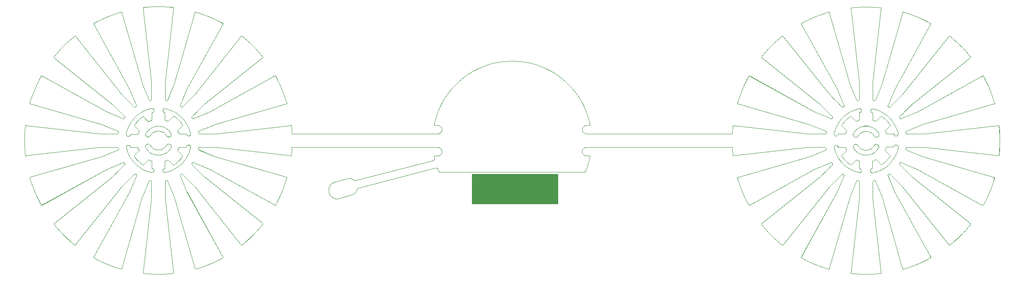
<source format=gko>
%FSTAX44Y44*%
%MOMM*%
%SFA1B1*%

%IPPOS*%
%ADD148C,0.010000*%
%ADD149R,17.999964X6.299987*%
%LNpcb1-1*%
%LPD*%
G54D148*
X02400878Y01946295D02*
X02402536Y01946267D01*
X02404059Y01945613*
X02405221Y01944431*
X02405849Y01942896*
Y01942068D02*
Y01942896D01*
X02405703Y01942068D02*
X02405849D01*
X02405703D02*
X02421267Y01942054D01*
X02424158Y01935077*
X02413057Y01923995D02*
X02424158Y01935077D01*
X02413057Y01923995D02*
X0241323Y01924103D01*
D01*
X02415131Y01921229D01*
X02419412Y01915831*
X02424284Y01910959*
X02429682Y01906678*
X02432556Y01904777*
X02432514Y0190471D02*
X02432556Y01904777D01*
X02432514Y0190471D02*
X02443529Y01915705D01*
X02450506Y01912816*
X02450493Y01897529D02*
X02450506Y01912816D01*
X02450493Y01897529D02*
X02450716D01*
X02451544Y01897501*
X02453056Y01896821*
X02454198Y01895619*
X024548Y01894074*
X02454772Y01892417D02*
X024548Y01894074D01*
X02454118Y01890894D02*
X02454772Y01892417D01*
X02452936Y01889732D02*
X02454118Y01890894D01*
X02451402Y01889104D02*
X02452936Y01889732D01*
X02450573Y01889104D02*
X02451402D01*
X02447319Y01889762D02*
X02450573Y01889104D01*
X02440972Y01891707D02*
X02447319Y01889762D01*
X02434844Y0189426D02*
X02440972Y01891707D01*
X02428993Y01897398D02*
X02434844Y0189426D01*
X02423477Y01901091D02*
X02428993Y01897398D01*
X02418346Y01905304D02*
X02423477Y01901091D01*
X0241365Y01909997D02*
X02418346Y01905304D01*
X02409433Y01915124D02*
X0241365Y01909997D01*
X02405736Y01920638D02*
X02409433Y01915124D01*
X02402593Y01926486D02*
X02405736Y01920638D01*
X02400035Y01932612D02*
X02402593Y01926486D01*
X02398085Y01938958D02*
X02400035Y01932612D01*
X02397424Y01942211D02*
X02398085Y01938958D01*
X02397424Y01942211D02*
X02397452Y01943039D01*
X02398132Y01944551*
X02399334Y01945693*
X02400878Y01946295*
X00928138Y01946387D02*
X00929796Y01946359D01*
X00931319Y01945705*
X00932481Y01944523*
X00933109Y01942989*
Y0194216D02*
Y01942989D01*
X00932964Y0194216D02*
X00933109D01*
X00932964D02*
X00948527Y01942146D01*
X00951418Y01935169*
X00940317Y01924088D02*
X00951418Y01935169D01*
X00940317Y01924088D02*
X0094049Y01924195D01*
D01*
X00942391Y01921321D01*
X00946672Y01915923*
X00951544Y01911052*
X00956942Y01906771*
X00959817Y0190487*
X00970789Y01915797*
X00977766Y01912908*
X00977753Y01897621D02*
X00977766Y01912908D01*
X00977753Y01897621D02*
X00977976D01*
X00978804Y01897593*
X00980316Y01896913*
X00981458Y01895711*
X0098206Y01894167*
X00982032Y01892509D02*
X0098206Y01894167D01*
X00981378Y01890986D02*
X00982032Y01892509D01*
X00980196Y01889824D02*
X00981378Y01890986D01*
X00978662Y01889196D02*
X00980196Y01889824D01*
X00977833Y01889196D02*
X00978662D01*
X0097458Y01889854D02*
X00977833Y01889196D01*
X00968232Y01891799D02*
X0097458Y01889854D01*
X00962104Y01894352D02*
X00968232Y01891799D01*
X00956254Y0189749D02*
X00962104Y01894352D01*
X00950737Y01901184D02*
X00956254Y0189749D01*
X00945606Y01905396D02*
X00950737Y01901184D01*
X0094091Y01910089D02*
X00945606Y01905396D01*
X00936693Y01915216D02*
X0094091Y01910089D01*
X00932996Y0192073D02*
X00936693Y01915216D01*
X00929853Y01926578D02*
X00932996Y0192073D01*
X00927295Y01932704D02*
X00929853Y01926578D01*
X00925345Y0193905D02*
X00927295Y01932704D01*
X00924684Y01942303D02*
X00925345Y0193905D01*
X00924684Y01942303D02*
X00924713Y01943131D01*
X00925392Y01944643*
X00926594Y01945785*
X00928138Y01946387*
X02442638Y01948247D02*
X02444623Y01947834D01*
X02446289Y0194668*
X02446832Y01945825*
X02446839Y01945829*
X02447774Y01944349*
X02450012Y0194166*
X02452685Y01939403*
X0245571Y01937645*
X02458995Y01936442*
X0246244Y0193583*
X02465939Y01935828*
X02469384Y01936435*
X02472671Y01937633*
X02475699Y01939386*
X02478375Y01941639*
X02480618Y01944325*
X02481489Y01945702*
X02481422Y0194558D02*
X02481489Y01945702D01*
X02481422Y0194558D02*
D01*
X02481554Y01945804*
X02481489Y01945702D02*
X02481554Y01945804D01*
X02481489Y01945702D02*
X02481912Y0194646D01*
X02483499Y01947703*
X02485443Y01948234*
X0248744Y01947972*
X02489181Y01946956*
X02490392Y01945345*
X02490885Y01943391*
X02490583Y01941399D02*
X02490885Y01943391D01*
X02490058Y01940539D02*
X02490583Y01941399D01*
X02488736Y01938291D02*
X02490058Y01940539D01*
X02485355Y01934319D02*
X02488736Y01938291D01*
X02481338Y01930989D02*
X02485355Y01934319D01*
X02476808Y01928403D02*
X02481338Y01930989D01*
X02471899Y01926637D02*
X02476808Y01928403D01*
X02466759Y01925746D02*
X02471899Y01926637D01*
X02461543Y01925754D02*
X02466759Y01925746D01*
X02456406Y01926663D02*
X02461543Y01925754D01*
X02451503Y01928444D02*
X02456406Y01926663D01*
X02446981Y01931045D02*
X02451503Y01928444D01*
X02442976Y01934388D02*
X02446981Y01931045D01*
X02439608Y01938371D02*
X02442976Y01934388D01*
X02438423Y01940401D02*
X02439608Y01938371D01*
X02438423Y01940401D02*
X02438548Y01940226D01*
X02438293Y01940624D02*
X02438548Y01940226D01*
X02438293Y01940624D02*
X02438423Y01940401D01*
X02437957Y01941049D02*
X02438423Y01940401D01*
X02437508Y01943026D02*
X02437957Y01941049D01*
X02437508Y01943026D02*
X02437864Y01945021D01*
X02438969Y0194672*
X02440649Y01947855*
X02442638Y01948247*
X01053145Y01946443D02*
X01054803Y01946415D01*
X01056326Y01945761*
X01057488Y01944579*
X01058116Y01943045*
Y01942216D02*
Y01943045D01*
X01057458Y01938962D02*
X01058116Y01942216D01*
X01055513Y01932615D02*
X01057458Y01938962D01*
X0105296Y01926487D02*
X01055513Y01932615D01*
X01049822Y01920636D02*
X0105296Y01926487D01*
X01046129Y0191512D02*
X01049822Y01920636D01*
X01041916Y01909989D02*
X01046129Y0191512D01*
X01037224Y01905293D02*
X01041916Y01909989D01*
X01032096Y01901076D02*
X01037224Y01905293D01*
X01026582Y01897378D02*
X01032096Y01901076D01*
X01020734Y01894236D02*
X01026582Y01897378D01*
X01014608Y01891677D02*
X01020734Y01894236D01*
X01008262Y01889728D02*
X01014608Y01891677D01*
X01005009Y01889067D02*
X01008262Y01889728D01*
X01005009Y01889067D02*
D01*
X01004181Y01889095D02*
X01005009Y01889067D01*
X01002669Y01889775D02*
X01004181Y01889095D01*
X01001527Y01890976D02*
X01002669Y01889775D01*
X01000925Y01892521D02*
X01001527Y01890976D01*
X01000925Y01892521D02*
X01000953Y01894179D01*
X01001607Y01895702*
X01002789Y01896864*
X01004323Y01897492*
X01005152*
Y01897346D02*
Y01897492D01*
Y01897346D02*
X01005166Y0191291D01*
X01012143Y01915801*
X01023225Y01904699*
X01023117Y01904873D02*
X01023225Y01904699D01*
X01023117Y01904873D02*
X01025991Y01906774D01*
X01031389Y01911055*
X01036261Y01915927*
X01040542Y01921325*
X01042443Y01924199*
X0104251Y01924157*
X01031515Y01935172D02*
X0104251Y01924157D01*
X01031515Y01935172D02*
X01034404Y01942149D01*
X01049691Y01942136*
Y01942359*
X0104972Y01943187*
X01050399Y01944699*
X01051601Y01945841*
X01053145Y01946443*
X02525941Y01946875D02*
X02527761Y01946793D01*
X02529419Y01946039*
X02530678Y01944723*
X02531356Y01943032*
Y01942121D02*
Y01943032D01*
Y01942121D02*
D01*
Y01942109D01*
X02531355Y01942084D02*
X02531356Y01942109D01*
X02531352Y01942058D02*
X02531355Y01942084D01*
X02531349Y01942033D02*
X02531352Y01942058D01*
X02531346Y01942021D02*
X02531349Y01942033D01*
X02530683Y01938744D02*
X02531346Y01942021D01*
X02528724Y01932349D02*
X02530683Y01938744D01*
X02526152Y01926175D02*
X02528724Y01932349D01*
X0252299Y01920282D02*
X02526152Y01926175D01*
X0251927Y01914724D02*
X0252299Y01920282D01*
X02515026Y01909555D02*
X0251927Y01914724D01*
X02510299Y01904824D02*
X02515026Y01909555D01*
X02505133Y01900576D02*
X02510299Y01904824D01*
X02499578Y01896852D02*
X02505133Y01900576D01*
X02493687Y01893686D02*
X02499578Y01896852D01*
X02487516Y01891108D02*
X02493687Y01893686D01*
X02481123Y01889145D02*
X02487516Y01891108D01*
X02477846Y01888479D02*
X02481123Y01889145D01*
X02477728Y01888469D02*
X02477846Y01888479D01*
X02477728Y01888469D02*
D01*
X02476811Y018885D02*
X02477728Y01888469D01*
X02475134Y01889245D02*
X02476811Y018885D01*
X02473859Y01890565D02*
X02475134Y01889245D01*
X02473171Y01892266D02*
X02473859Y01890565D01*
X02473171Y01892266D02*
Y01893184D01*
Y01894057*
X02473796Y01895687*
X02474963Y01896986*
X02476517Y01897781*
X02477385Y01897874*
X02477398Y01912816*
Y01912891*
X02477442Y01913034*
X02477526Y01913159*
X02477643Y01913255*
X02477712Y01913282*
X02484683Y0191617*
X02484752Y01916199*
X02484902Y01916215*
X02485049Y01916186*
X02485182Y01916115*
X02485235Y01916062*
X02495886Y01905393*
X0249865Y01907242*
X02503848Y01911388*
X0250855Y01916089*
X02512699Y01921284*
X02514549Y01924048*
X02503894Y01934721D02*
X02514549Y01924048D01*
X02503894Y01934721D02*
D01*
X02503859Y01934756D02*
X02503894Y01934721D01*
X02503805Y01934839D02*
X02503859Y01934756D01*
X02503766Y0193493D02*
X02503805Y01934839D01*
X02503747Y01935028D02*
X02503766Y0193493D01*
X02503747Y01935028D02*
Y01935077D01*
Y01935102D02*
Y01935077D01*
Y01935102D02*
X02503752Y01935151D01*
X02503762Y019352*
X02503776Y01935247*
X02503785Y0193527*
X02506675Y01942247*
X02506703Y01942317*
X02506798Y01942432*
X02506923Y01942515*
X02507066Y01942559*
X02507141Y01942558*
X0252194Y01942546*
X02522022Y01943453*
X0252285Y01945075*
X02524222Y01946275*
X02525941Y01946875*
X01012323Y01948746D02*
X01013057D01*
X0101379*
X01015205Y01948363*
X0101647Y01947622*
X01017497Y01946577*
X01018215Y01945299*
X01018574Y01943878*
X01018548Y01942413D02*
X01018574Y01943878D01*
X0101814Y01941005D02*
X01018548Y01942413D01*
X01017759Y01940379D02*
X0101814Y01941005D01*
X01016418Y01938099D02*
X01017759Y01940379D01*
X0101299Y01934069D02*
X01016418Y01938099D01*
X01008921Y0193069D02*
X0101299Y01934069D01*
X0100433Y01928061D02*
X01008921Y0193069D01*
X00999355Y01926262D02*
X0100433Y01928061D01*
X00994145Y01925346D02*
X00999355Y01926262D01*
X00988854Y0192534D02*
X00994145Y01925346D01*
X00983642Y01926245D02*
X00988854Y0192534D01*
X00978663Y01928034D02*
X00983642Y01926245D01*
X00974067Y01930654D02*
X00978663Y01928034D01*
X0096999Y01934025D02*
X00974067Y01930654D01*
X00966555Y01938048D02*
X0096999Y01934025D01*
X00965209Y01940325D02*
X00966555Y01938048D01*
X00964819Y0194095D02*
X00965209Y01940325D01*
X00964393Y01942361D02*
X00964819Y0194095D01*
X00964355Y01943834D02*
X00964393Y01942361D01*
X00964355Y01943834D02*
X00964705Y01945266D01*
X0096542Y01946555*
X00966448Y01947611*
X00967718Y01948359*
X0096914Y01948746*
X00969877*
X00970563*
X00971894Y01948409*
X00973102Y01947756*
X00974111Y01946825*
X00974487Y01946251*
X00974494Y01946242*
X00974509Y01946223*
X00974522Y01946204*
X00974534Y01946184*
X0097454Y01946174*
X00975445Y01944739*
X00977611Y01942132*
X00980195Y0193994*
X0098312Y01938228*
X00986298Y01937049*
X00989631Y01936437*
X00993021Y01936413*
X00996363Y01936975*
X00999557Y01938108*
X01002507Y01939777*
X01005123Y01941932*
X01007327Y01944507*
X01008253Y01945928*
X01008253Y01945929*
D01*
X01008253Y01945928D02*
X01008253Y01945929D01*
X01008253Y01945928D02*
D01*
D01*
X01008251Y01945926D02*
X01008253Y01945928D01*
X0100825Y01945925D02*
X01008251Y01945926D01*
X0100825Y01945923D02*
Y01945925D01*
Y01945923D02*
D01*
X01008249D02*
X0100825D01*
X01008249D02*
D01*
X0100825D01*
X01008253Y01945928*
X01008253Y01945929*
X01008254Y0194593*
Y01945931*
X01008255Y01945933*
X01008256*
X01008253Y01945929D02*
X01008256Y01945933D01*
X01008253Y01945929D02*
X01008611Y01946569D01*
X01009639Y01947618*
X01010905Y01948361*
X01012323Y01948746*
X02466814Y01986256D02*
X02472026Y01985351D01*
X02477004Y01983562*
X02481601Y01980943*
X02485678Y01977572*
X02489113Y01973549*
X02490459Y01971272*
D01*
X02490851Y01970647D01*
X02491274Y01969236*
X02491313Y01967762*
X02490963Y01966331D02*
X02491313Y01967762D01*
X02490248Y01965042D02*
X02490963Y01966331D01*
X0248922Y01963986D02*
X02490248Y01965042D01*
X0248795Y01963238D02*
X0248922Y01963986D01*
X02486528Y0196285D02*
X0248795Y01963238D01*
X02485791Y0196285D02*
X02486528D01*
X02485104D02*
X02485791D01*
X02483774Y01963187D02*
X02485104Y0196285D01*
X02482566Y01963841D02*
X02483774Y01963187D01*
X02481556Y01964771D02*
X02482566Y01963841D01*
X02481181Y01965346D02*
X02481556Y01964771D01*
X02481174Y01965355D02*
X02481181Y01965346D01*
X02481159Y01965373D02*
X02481174Y01965355D01*
X02481146Y01965393D02*
X02481159Y01965373D01*
X02481134Y01965412D02*
X02481146Y01965393D01*
X02481128Y01965422D02*
X02481134Y01965412D01*
X02481128Y01965422D02*
D01*
X02480223Y01966857D02*
X02481128Y01965422D01*
X02478057Y01969464D02*
X02480223Y01966857D01*
X02475473Y01971657D02*
X02478057Y01969464D01*
X02472548Y01973369D02*
X02475473Y01971657D01*
X0246937Y01974548D02*
X02472548Y01973369D01*
X02466036Y01975159D02*
X0246937Y01974548D01*
X02462647Y01975184D02*
X02466036Y01975159D01*
X02459305Y01974621D02*
X02462647Y01975184D01*
X02456111Y01973489D02*
X02459305Y01974621D01*
X02453161Y0197182D02*
X02456111Y01973489D01*
X02450545Y01969665D02*
X02453161Y0197182D01*
X02448341Y0196709D02*
X02450545Y01969665D01*
X02447417Y01965668D02*
X02448341Y0196709D01*
X02447415Y01965668D02*
X02447417D01*
X02447057Y01965027D02*
X02447415Y01965668D01*
X02446029Y01963978D02*
X02447057Y01965027D01*
X02444762Y01963235D02*
X02446029Y01963978D01*
X02443345Y0196285D02*
X02444762Y01963235D01*
X02442611Y0196285D02*
X02443345D01*
X02442611D02*
D01*
X02441878D02*
X02442611D01*
X02440463Y01963234D02*
X02441878Y0196285D01*
X02439198Y01963974D02*
X02440463Y01963234D01*
X02438171Y01965019D02*
X02439198Y01963974D01*
X02437453Y01966297D02*
X02438171Y01965019D01*
X02437094Y01967718D02*
X02437453Y01966297D01*
X02437094Y01967718D02*
X0243712Y01969184D01*
X02437528Y01970592*
X02437909Y01971218*
X0243925Y01973497*
X02442678Y01977527*
X02446747Y01980907*
X02451338Y01983536*
X02456313Y01985335*
X02461524Y01986251*
X02466814Y01986256*
X00988909Y01985851D02*
X00994125Y01985843D01*
X00999262Y01984934*
X01004165Y01983152*
X01008687Y01980551*
X01012692Y01977209*
X0101606Y01973225*
X01017245Y01971196*
X01017711Y01970547*
X0101816Y01968571*
X01017803Y01966575D02*
X0101816Y01968571D01*
X01016699Y01964876D02*
X01017803Y01966575D01*
X01015019Y01963741D02*
X01016699Y01964876D01*
X0101303Y0196335D02*
X01015019Y01963741D01*
X01011047Y01963763D02*
X0101303Y0196335D01*
X01009379Y01964916D02*
X01011047Y01963763D01*
X01008836Y01965772D02*
X01009379Y01964916D01*
X01008829Y01965767D02*
X01008836Y01965772D01*
X01007895Y01967248D02*
X01008829Y01965767D01*
X01005656Y01969937D02*
X01007895Y01967248D01*
X01002983Y01972194D02*
X01005656Y01969937D01*
X00999958Y01973951D02*
X01002983Y01972194D01*
X00996673Y01975154D02*
X00999958Y01973951D01*
X00993228Y01975767D02*
X00996673Y01975154D01*
X00989729Y01975769D02*
X00993228Y01975767D01*
X00986284Y01975162D02*
X00989729Y01975769D01*
X00982997Y01973964D02*
X00986284Y01975162D01*
X00979969Y01972211D02*
X00982997Y01973964D01*
X00977293Y01969957D02*
X00979969Y01972211D01*
X0097505Y01967272D02*
X00977293Y01969957D01*
X00974179Y01965895D02*
X0097505Y01967272D01*
X00973755Y01965136D02*
X00974179Y01965895D01*
X00972169Y01963894D02*
X00973755Y01965136D01*
X00970226Y01963362D02*
X00972169Y01963894D01*
X00968228Y01963625D02*
X00970226Y01963362D01*
X00966487Y01964641D02*
X00968228Y01963625D01*
X00965276Y01966251D02*
X00966487Y01964641D01*
X00964783Y01968205D02*
X00965276Y01966251D01*
X00964783Y01968205D02*
X00965085Y01970197D01*
X0096561Y01971057*
X00966932Y01973306*
X00970313Y01977278*
X0097433Y01980607*
X0097886Y01983193*
X00983769Y01984959*
X00988909Y01985851*
X02477006Y02022401D02*
X02477835D01*
X02481088Y02021742*
X02487436Y02019798*
X02493564Y02017244*
X02499414Y02014106*
X02504931Y02010413*
X02510062Y020062*
X02514758Y02001508*
X02518975Y0199638*
X02522672Y01990866*
X02525815Y01985019*
X02528373Y01978893*
X02530323Y01972546*
X02530984Y01969294*
X02530956Y01968465D02*
X02530984Y01969294D01*
X02530276Y01966953D02*
X02530956Y01968465D01*
X02529074Y01965811D02*
X02530276Y01966953D01*
X0252753Y0196521D02*
X02529074Y01965811D01*
X02525872Y01965238D02*
X0252753Y0196521D01*
X02524349Y01965892D02*
X02525872Y01965238D01*
X02523187Y01967074D02*
X02524349Y01965892D01*
X02522559Y01968608D02*
X02523187Y01967074D01*
X02522559Y01968608D02*
Y01969437D01*
X02522704*
X02507141Y0196945D02*
X02522704Y01969437D01*
X0250425Y01976427D02*
X02507141Y0196945D01*
X0250425Y01976427D02*
X02515351Y01987509D01*
X02515178Y01987401D02*
X02515351Y01987509D01*
X02513277Y01990276D02*
X02515178Y01987401D01*
X02508995Y01995673D02*
X02513277Y01990276D01*
X02504124Y02000545D02*
X02508995Y01995673D01*
X02498726Y02004826D02*
X02504124Y02000545D01*
X02495851Y02006727D02*
X02498726Y02004826D01*
X02484879Y01995799D02*
X02495851Y02006727D01*
X02477902Y01998689D02*
X02484879Y01995799D01*
X02477902Y01998689D02*
X02477915Y02013976D01*
X02477692D02*
X02477915D01*
X02477692D02*
D01*
X02476863Y02014004D02*
X02477692Y02013976D01*
X02475351Y02014683D02*
X02476863Y02014004D01*
X0247421Y02015885D02*
X02475351Y02014683D01*
X02473608Y0201743D02*
X0247421Y02015885D01*
X02473608Y0201743D02*
X02473636Y02019087D01*
X0247429Y02020611*
X02475472Y02021773*
X02477006Y02022401*
X01004266Y02022493D02*
X01005095D01*
X01008349Y02021834*
X01014696Y0201989*
X01020824Y02017336*
X01026674Y02014198*
X01032191Y02010505*
X01037322Y02006293*
X01042018Y020016*
X01046235Y01996473*
X01049932Y01990959*
X01053075Y01985111*
X01055633Y01978985*
X01057583Y01972639*
X01058244Y01969386*
X01058216Y01968558D02*
X01058244Y01969386D01*
X01057536Y01967046D02*
X01058216Y01968558D01*
X01056334Y01965904D02*
X01057536Y01967046D01*
X0105479Y01965302D02*
X01056334Y01965904D01*
X01053132Y0196533D02*
X0105479Y01965302D01*
X01051609Y01965984D02*
X01053132Y0196533D01*
X01050447Y01967166D02*
X01051609Y01965984D01*
X01049819Y019687D02*
X01050447Y01967166D01*
X01049819Y019687D02*
Y01969529D01*
X01049965*
X01034401Y01969542D02*
X01049965Y01969529D01*
X0103151Y01976519D02*
X01034401Y01969542D01*
X0103151Y01976519D02*
X01042611Y01987601D01*
X01042438Y01987494D02*
X01042611Y01987601D01*
X01040537Y01990368D02*
X01042438Y01987494D01*
X01036256Y01995766D02*
X01040537Y01990368D01*
X01031384Y02000637D02*
X01036256Y01995766D01*
X01025986Y02004918D02*
X01031384Y02000637D01*
X01023112Y02006819D02*
X01025986Y02004918D01*
X01023112Y02006819D02*
X01023154Y02006887D01*
X01012139Y01995891D02*
X01023154Y02006887D01*
X01005162Y01998781D02*
X01012139Y01995891D01*
X01005162Y01998781D02*
X01005175Y02014068D01*
X01004952D02*
X01005175D01*
X01004952D02*
D01*
X01004124Y02014096D02*
X01004952Y02014068D01*
X01002612Y02014776D02*
X01004124Y02014096D01*
X0100147Y02015977D02*
X01002612Y02014776D01*
X01000868Y02017522D02*
X0100147Y02015977D01*
X01000868Y02017522D02*
X01000896Y02019179D01*
X0100155Y02020703*
X01002732Y02021865*
X01004266Y02022493*
X0097794Y02023128D02*
D01*
X00978857Y02023097D01*
X00980534Y02022351*
X00981809Y02021032*
X00982497Y02019331*
Y02018413D02*
Y02019331D01*
Y0201754D02*
Y02018413D01*
X00981872Y02015909D02*
X00982497Y0201754D01*
X00980705Y02014611D02*
X00981872Y02015909D01*
X00979151Y02013816D02*
X00980705Y02014611D01*
X00978283Y02013722D02*
X00979151Y02013816D01*
X0097827Y01998781D02*
X00978283Y02013722D01*
X0097827Y01998781D02*
D01*
Y01998706D02*
Y01998781D01*
X00978226Y01998562D02*
X0097827Y01998706D01*
X00978142Y01998438D02*
X00978226Y01998562D01*
X00978025Y01998343D02*
X00978142Y01998438D01*
X00977956Y01998315D02*
X00978025Y01998343D01*
X00970985Y01995427D02*
X00977956Y01998315D01*
X00970985Y01995427D02*
D01*
X00970916Y01995397D02*
X00970985Y01995427D01*
X00970766Y01995382D02*
X00970916Y01995397D01*
X00970619Y01995411D02*
X00970766Y01995382D01*
X00970486Y01995481D02*
X00970619Y01995411D01*
X00970433Y01995535D02*
X00970486Y01995481D01*
X00959782Y02006204D02*
X00970433Y01995535D01*
X00959782Y02006204D02*
D01*
X00957018Y02004355D02*
X00959782Y02006204D01*
X0095182Y02000208D02*
X00957018Y02004355D01*
X00947118Y01995508D02*
X0095182Y02000208D01*
X00942969Y01990312D02*
X00947118Y01995508D01*
X00941119Y0198755D02*
X00942969Y01990312D01*
X00941119Y0198755D02*
X00951774Y01976876D01*
Y01976875D02*
Y01976876D01*
Y01976875D02*
X00951809Y0197684D01*
X00951865Y01976758*
X00951901Y01976666*
X00951921Y01976569*
Y0197652D02*
Y01976569D01*
Y0197652D02*
D01*
Y01976495D01*
X00951916Y01976446D02*
X00951921Y01976495D01*
X00951906Y01976397D02*
X00951916Y01976446D01*
X00951892Y0197635D02*
X00951906Y01976397D01*
X00951882Y01976327D02*
X00951892Y0197635D01*
X00948993Y01969349D02*
X00951882Y01976327D01*
X00948993Y01969349D02*
D01*
X00948965Y0196928D02*
X00948993Y01969349D01*
X0094887Y01969164D02*
X00948965Y0196928D01*
X00948745Y01969081D02*
X0094887Y01969164D01*
X00948602Y01969038D02*
X00948745Y01969081D01*
X00948527Y01969038D02*
X00948602D01*
X00933728Y01969051D02*
X00948527Y01969038D01*
X00933727Y01969051D02*
X00933728D01*
X00933646Y01968144D02*
X00933727Y01969051D01*
X00932818Y01966521D02*
X00933646Y01968144D01*
X00931446Y01965323D02*
X00932818Y01966521D01*
X00929727Y01964722D02*
X00931446Y01965323D01*
X00927907Y01964804D02*
X00929727Y01964722D01*
X00926249Y01965557D02*
X00927907Y01964804D01*
X0092499Y01966874D02*
X00926249Y01965557D01*
X00924312Y01968565D02*
X0092499Y01966874D01*
X00924312Y01968565D02*
Y01969475D01*
Y01969488D02*
Y01969475D01*
Y01969488D02*
X00924313Y01969513D01*
X00924316Y01969538*
X00924319Y01969563*
X00924322Y01969576*
X00924985Y01972853*
X00926944Y01979248*
X00929516Y01985421*
X00932678Y01991315*
X00936398Y01996872*
X00940642Y02002041*
X00945369Y02006772*
X00950535Y0201102*
X0095609Y02014745*
X00961981Y02017911*
X00968152Y02020488*
X00974545Y02022452*
X00977822Y02023118*
X0097794Y02023128*
X02450659Y0202253D02*
X02451487Y02022501D01*
X02452999Y02021822*
X02454141Y0202062*
X02454743Y02019076*
X02454715Y02017418D02*
X02454743Y02019076D01*
X02454061Y02015895D02*
X02454715Y02017418D01*
X02452879Y02014732D02*
X02454061Y02015895D01*
X02451344Y02014105D02*
X02452879Y02014732D01*
X02450516Y02014105D02*
X02451344D01*
X02450516D02*
Y0201425D01*
X02450502Y01998687D02*
X02450516Y0201425D01*
X02443525Y01995796D02*
X02450502Y01998687D01*
X02432443Y02006897D02*
X02443525Y01995796D01*
X02432443Y02006897D02*
X02432551Y02006724D01*
X02429677Y02004822D02*
X02432551Y02006724D01*
X02424279Y02000541D02*
X02429677Y02004822D01*
X02419407Y0199567D02*
X02424279Y02000541D01*
X02415126Y01990272D02*
X02419407Y0199567D01*
X02413225Y01987397D02*
X02415126Y01990272D01*
X02413225Y01987397D02*
D01*
X02413158Y01987439D02*
X02413225Y01987397D01*
X02413158Y01987439D02*
X02424153Y01976425D01*
X02421264Y01969447D02*
X02424153Y01976425D01*
X02405977Y01969461D02*
X02421264Y01969447D01*
X02405977Y01969238D02*
Y01969461D01*
X02405948Y01968409D02*
X02405977Y01969238D01*
X02405269Y01966897D02*
X02405948Y01968409D01*
X02404067Y01965756D02*
X02405269Y01966897D01*
X02402522Y01965154D02*
X02404067Y01965756D01*
X02400865Y01965182D02*
X02402522Y01965154D01*
X02399342Y01965836D02*
X02400865Y01965182D01*
X0239818Y01967018D02*
X02399342Y01965836D01*
X02397552Y01968552D02*
X0239818Y01967018D01*
X02397552Y01968552D02*
Y01969381D01*
X0239821Y01972634*
X02400155Y01978982*
X02402708Y0198511*
X02405846Y0199096*
X02409539Y01996477*
X02413752Y02001608*
X02418444Y02006304*
X02423572Y02010521*
X02429086Y02014218*
X02434934Y02017361*
X0244106Y02019919*
X02447406Y02021869*
X02450659Y0202253*
X02447417Y01965668D02*
X02447419Y01965674D01*
D01*
X02447417Y01965668D02*
X02447419Y01965674D01*
X02447415Y01965668D02*
X02447417D01*
X02447415D02*
D01*
X02447414Y01965666D02*
X02447415Y01965668D01*
X02447414Y01965665D02*
Y01965666D01*
X02447413Y01965664D02*
X02447414Y01965665D01*
X02447412Y01965663D02*
X02447413Y01965664D01*
X02447412Y01965663D02*
D01*
X02447415Y01965668*
X02447417*
X0101712Y0197137D02*
X01017245Y01971196D01*
X0101712Y0197137D02*
X01017375Y01970973D01*
X01017245Y01971196D02*
X01017375Y01970973D01*
X02707368Y01820814D02*
X02707524Y0182079D01*
X02707368Y01820814D02*
X02707524Y0182079D01*
D01*
X01234628Y01820907D02*
X01234785Y01820882D01*
X01234628Y01820907D02*
X01234785Y01820882D01*
D01*
X0101712Y0197137D02*
D01*
D01*
D01*
X00974246Y01966016D02*
D01*
X00974114Y01965792D02*
X00974246Y01966016D01*
X00974114Y01965792D02*
X00974179Y01965895D01*
X00974246Y01966016*
X00999273Y02234348D02*
X01014868Y02233473D01*
X00983653Y02234348D02*
X00999273D01*
X00968058Y02233473D02*
X00983653Y02234348D01*
X00960297Y02232599D02*
X00968058Y02233473D01*
X00960021Y0223249D02*
X00960297Y02232599D01*
X00959896Y02232332D02*
X00960021Y0223249D01*
X00959841Y02232139D02*
X00959896Y02232332D01*
X00959841Y02232139D02*
X00960283Y0222822D01*
X0097725Y02077593*
X00977221Y02077446D02*
X0097725Y02077593D01*
X00977221Y0204145D02*
Y02077446D01*
Y0204145D02*
X00977261Y02041248D01*
X00977258Y02040667D02*
X00977261Y02041248D01*
X00976891Y02039782D02*
X00977258Y02040667D01*
X00976253Y02039069D02*
X00976891Y02039782D01*
X00975414Y02038606D02*
X00976253Y02039069D01*
X00974471Y02038445D02*
X00975414Y02038606D01*
X00973526Y02038604D02*
X00974471Y02038445D01*
X00972688Y02039066D02*
X00973526Y02038604D01*
X00972048Y02039779D02*
X00972688Y02039066D01*
X00971827Y02040205D02*
X00972048Y02039779D01*
X00971749Y02040416D02*
X00971827Y02040205D01*
X0097171Y02040546D02*
X00971749Y02040416D01*
X00971677Y02040677D02*
X0097171Y02040546D01*
X00971646Y02040806D02*
X00971677Y02040677D01*
X00966686Y02052815D02*
X00971646Y02040806D01*
X00966593Y02052963D02*
X00966686Y02052815D01*
X0095812Y02073296D02*
X00966593Y02052963D01*
X00958106Y02073437D02*
X0095812Y02073296D01*
X0091608Y02219283D02*
X00958106Y02073437D01*
X00914972Y02223111D02*
X0091608Y02219283D01*
X0091482Y02223366D02*
X00914972Y02223111D01*
X00914644Y02223464D02*
X0091482Y02223366D01*
X00914444Y02223487D02*
X00914644Y02223464D01*
X00906843Y02221296D02*
X00914444Y02223487D01*
X008921Y02216137D02*
X00906843Y02221296D01*
X00877669Y02210159D02*
X008921Y02216137D01*
X00863596Y02203382D02*
X00877669Y02210159D01*
X0085676Y02199605D02*
X00863596Y02203382D01*
X00856547Y021994D02*
X0085676Y02199605D01*
X00856492Y02199207D02*
X00856547Y021994D01*
X00856492Y02199207D02*
X00856514Y02199008D01*
X00858423Y02195555*
X00931742Y02062884*
X00931772Y02062738*
X00945547Y02029482*
X00945661Y02029311*
X00945798Y02029124*
X00945858Y02028892*
X00945898Y02028655*
X00945918Y02028416*
X00945797Y02027466D02*
X00945918Y02028416D01*
X00944875Y02026085D02*
X00945797Y02027466D01*
X00943342Y02025448D02*
X00944875Y02026085D01*
X00941713Y0202577D02*
X00943342Y02025448D01*
X00941038Y02026269D02*
X00941713Y0202577D01*
X00940892Y02026425D02*
X00941038Y02026269D01*
X00940721Y02026645D02*
X00940892Y02026425D01*
X00940626Y02026773D02*
X00940721Y02026645D01*
X00931464Y0203595D02*
X00940626Y02026773D01*
X00931322Y02036052D02*
X00931464Y0203595D01*
X00915713Y02051594D02*
X00931322Y02036052D01*
X00915634Y02051733D02*
X00915713Y02051594D01*
X00821006Y0217038D02*
X00915634Y02051733D01*
X00818515Y02173497D02*
X00821006Y0217038D01*
X00818276Y02173672D02*
X00818515Y02173497D01*
X00818077Y02173695D02*
X00818276Y02173672D01*
X00817885Y02173639D02*
X00818077Y02173695D01*
X008117Y02168707D02*
X00817885Y02173639D01*
X00800054Y02158298D02*
X008117Y02168707D01*
X00789009Y02147253D02*
X00800054Y02158298D01*
X007786Y02135607D02*
X00789009Y02147253D01*
X00773731Y02129501D02*
X007786Y02135607D01*
X00773613Y0212923D02*
X00773731Y02129501D01*
X00773613Y0212923D02*
X00773635Y02129031D01*
X00773732Y02128855*
X00776817Y02126395*
X00895327Y02031881*
X00895426Y02031741*
X00920863Y02006303*
X00921035Y02006189*
X00921319Y02005958*
X00921589Y02005514*
X00921774Y02005028*
X00921869Y02004516*
X0092188Y02004256*
X00921795Y02003561D02*
X0092188Y02004256D01*
X00921141Y02002336D02*
X00921795Y02003561D01*
X00919986Y02001563D02*
X00921141Y02002336D01*
X00918604Y02001424D02*
X00919986Y02001563D01*
X00917929Y02001609D02*
X00918604Y02001424D01*
X00917725Y02001702D02*
X00917929Y02001609D01*
X00917486Y02001838D02*
X00917725Y02001702D01*
X00917353Y02001918D02*
X00917486Y02001838D01*
X00905377Y0200689D02*
X00917353Y02001918D01*
X00905207Y0200693D02*
X00905377Y0200689D01*
X00884838Y02015316D02*
X00905207Y0200693D01*
X00751883Y02088817D02*
X00884838Y02015316D01*
X00748387Y02090744D02*
X00751883Y02088817D01*
X00748144Y02090807D02*
X00748387Y02090744D01*
X00748144Y02090807D02*
X007483Y02090782D01*
X00748144Y02090807D02*
X007483Y02090782D01*
X00748144Y02090807D02*
D01*
D01*
X00747946Y02090771D02*
X00748144Y02090807D01*
X00747735Y02090606D02*
X00747946Y02090771D01*
X00743925Y02083711D02*
X00747735Y02090606D01*
X00737149Y02069638D02*
X00743925Y02083711D01*
X00731171Y02055207D02*
X00737149Y02069638D01*
X00726012Y02040464D02*
X00731171Y02055207D01*
X00723849Y02032959D02*
X00726012Y02040464D01*
X00723844Y02032662D02*
X00723849Y02032959D01*
X00723844Y02032662D02*
X00723942Y02032486D01*
X007241Y02032362*
X00727889Y02031271*
X00873548Y01989302*
X00873693Y0198921*
X00906929Y01975444*
X00907131Y01975404*
X00907601Y01975223*
X00908196Y0197469*
X00908621Y01974013*
X00908842Y01973245*
X0090887Y01972846*
X00908815Y01972288D02*
X0090887Y01972846D01*
X00908389Y01971257D02*
X00908815Y01972288D01*
X009076Y01970468D02*
X00908389Y01971257D01*
X0090657Y01970039D02*
X009076Y01970468D01*
X00906012Y01969984D02*
X0090657Y01970039D01*
X00905791Y01969992D02*
X00906012Y01969984D01*
X00905656Y01970005D02*
X00905791Y01969992D01*
X00905521Y01970025D02*
X00905656Y01970005D01*
X0090539Y01970047D02*
X00905521Y01970025D01*
X00889666Y01970062D02*
X0090539Y01970047D01*
X00889491Y01970032D02*
X00889666Y01970062D01*
X00870197Y01969984D02*
X00889491Y01970032D01*
X00870064Y01970024D02*
X00870197Y01969984D01*
X00719235Y0198701D02*
X00870064Y01970024D01*
X0071527Y01987454D02*
X00719235Y0198701D01*
X00715117Y01987457D02*
X0071527Y01987454D01*
X00714944Y01987391D02*
X00715117Y01987457D01*
X00714805Y01987267D02*
X00714944Y01987391D01*
X0071472Y01987102D02*
X00714805Y01987267D01*
X00713836Y01979249D02*
X0071472Y01987102D01*
X0071296Y01963653D02*
X00713836Y01979249D01*
X0071296Y01963653D02*
Y01948034D01*
X00713836Y01932438*
X0071471Y01924677*
X00714819Y01924401*
X00714976Y01924276*
X0071517Y01924221*
X00719088Y01924663*
X00869722Y01941629*
X00869869Y019416*
X00905865*
X00906066Y01941641*
X00906707Y01941623*
X00907682Y01941169*
X00908421Y01940386*
X00908819Y01939386*
X0090887Y01938848*
X00908839Y01938428D02*
X0090887Y01938848D01*
X00908596Y01937626D02*
X00908839Y01938428D01*
X00908131Y01936929D02*
X00908596Y01937626D01*
X00907484Y01936396D02*
X00908131Y01936929D01*
X00907109Y01936206D02*
X00907484Y01936396D01*
X00906899Y01936128D02*
X00907109Y01936206D01*
X00906769Y01936088D02*
X00906899Y01936128D01*
X00906637Y01936056D02*
X00906769Y01936088D01*
X00906509Y01936025D02*
X00906637Y01936056D01*
X00894499Y01931065D02*
X00906509Y01936025D01*
X00894351Y01930972D02*
X00894499Y01931065D01*
X00874019Y01922499D02*
X00894351Y01930972D01*
X00873879Y01922485D02*
X00874019Y01922499D01*
X00728032Y01880459D02*
X00873879Y01922485D01*
X00724198Y01879353D02*
X00728032Y01880459D01*
X00723943Y01879201D02*
X00724198Y01879353D01*
X00723845Y01879025D02*
X00723943Y01879201D01*
X00723822Y01878825D02*
X00723845Y01879025D01*
X00723822Y01878825D02*
X00726012Y01871223D01*
X00731172Y0185648*
X00737149Y01842049*
X00743926Y01827976*
X00747704Y0182114*
X00747909Y01820928*
X00748101Y01820872*
X007483Y01820895*
X00751754Y01822803*
X0088443Y01896121*
X00884577Y01896151*
X00917833Y01909926*
X00918004Y0191004*
X00918741Y01910286*
X00920079Y01910096*
X0092118Y01909313*
X009218Y01908113*
X0092188Y01907437*
X00921867Y01907159D02*
X0092188Y01907437D01*
X00921758Y01906608D02*
X00921867Y01907159D01*
X00921544Y01906091D02*
X00921758Y01906608D01*
X00921233Y01905625D02*
X00921544Y01906091D01*
X00921046Y01905417D02*
X00921233Y01905625D01*
X00920889Y01905271D02*
X00921046Y01905417D01*
X0092067Y019051D02*
X00920889Y01905271D01*
X00920542Y01905005D02*
X0092067Y019051D01*
X00911364Y01895843D02*
X00920542Y01905005D01*
X00911263Y01895701D02*
X00911364Y01895843D01*
X00895721Y01880092D02*
X00911263Y01895701D01*
X00895582Y01880013D02*
X00895721Y01880092D01*
X00776948Y01785395D02*
X00895582Y01880013D01*
X00773812Y01782895D02*
X00776948Y01785395D01*
X00773636Y01782657D02*
X00773812Y01782895D01*
X00773614Y01782457D02*
X00773636Y01782657D01*
X00773614Y01782457D02*
X00773669Y01782265D01*
X00778602Y01776081*
X0078901Y01764434*
X00800055Y01753389*
X00811702Y01742981*
X00817808Y01738111*
X00818079Y01737993*
X00818278Y01738015*
X00818453Y01738112*
X00820893Y01741171*
X00915434Y01859706*
X00915573Y01859805*
X00941011Y01885243*
X00941125Y01885413*
X00941838Y01885986*
X00943441Y01886234*
X00944922Y0188557*
X00945804Y01884208*
X00945921Y01883397*
X00945917Y01883258D02*
X00945921Y01883397D01*
X0094589Y0188298D02*
X00945917Y01883258D01*
X00945836Y01882706D02*
X0094589Y0188298D01*
X00945755Y01882438D02*
X00945836Y01882706D01*
X00945705Y01882308D02*
X00945755Y01882438D01*
X00945612Y01882104D02*
X00945705Y01882308D01*
X00945476Y01881865D02*
X00945612Y01882104D01*
X00945397Y01881732D02*
X00945476Y01881865D01*
X00940424Y01869756D02*
X00945397Y01881732D01*
X00940385Y01869586D02*
X00940424Y01869756D01*
X00931999Y01849217D02*
X00940385Y01869586D01*
X00858518Y01716299D02*
X00931999Y01849217D01*
X00856564Y01712768D02*
X00858518Y01716299D01*
X0085651Y01712619D02*
X00856564Y01712768D01*
X0085651Y01712619D02*
X00856537Y01712326D01*
X00856703Y01712116*
X00863597Y01708306*
X00877671Y01701529*
X00892102Y01695551*
X00906845Y01690392*
X0091435Y0168823*
X00914646Y01688225*
X00914822Y01688323*
X00914947Y01688481*
X00916024Y0169222*
X00958013Y01837927*
X00958104Y01838072*
X00971871Y01871308*
X00971909Y01871476*
X00971896Y01871616D02*
X00971909Y01871476D01*
X00971896Y01871616D02*
X00972137Y01872046D01*
X00972814Y01872722*
X00973678Y01873137*
X0097463Y01873244*
X00975563Y01873031*
X00976376Y01872522*
X00976972Y01871774*
X0097729Y0187087*
X00977331Y01870391*
X00977323Y01870169D02*
X00977331Y01870391D01*
X00977309Y01870032D02*
X00977323Y01870169D01*
X00977289Y01869896D02*
X00977309Y01870032D01*
X00977266Y01869695D02*
X00977289Y01869896D01*
X00977266Y01869695D02*
X00977309Y01869522D01*
X00977331Y01834576*
X00977291Y01834443D02*
X00977331Y01834576D01*
X00960311Y01683669D02*
X00977291Y01834443D01*
X00959855Y0167965D02*
X00960311Y01683669D01*
X00959851Y01679498D02*
X00959855Y0167965D01*
X00959851Y01679498D02*
X00959918Y01679324D01*
X00960041Y01679186*
X00960207Y016791*
X0096806Y01678216*
X00983655Y01677341*
X00999275*
X0101487Y01678216*
X01022631Y0167909*
X01022889Y01679186*
X01023013Y01679324*
X01023079Y01679498*
X01023077Y01679628D02*
X01023079Y01679498D01*
X01022652Y01683408D02*
X01023077Y01679628D01*
X01005685Y01834101D02*
X01022652Y01683408D01*
X01005685Y01834101D02*
X01005714Y01834248D01*
Y01870244*
X01005674Y01870445D02*
X01005714Y01870244D01*
X01005674Y01870445D02*
X01005677Y01871027D01*
X01006045Y01871911*
X01006683Y01872625*
X01007521Y01873088*
X01008465Y0187325*
X01009409Y01873089*
X01010248Y01872627*
X01010887Y01871915*
X01011109Y01871488*
X01011187Y01871278*
X01011226Y01871148*
X01011259Y01871016*
X01011289Y01870888*
X0101625Y01858878*
X01016342Y0185873*
X01024815Y01838398*
X01024829Y01838258*
X01066838Y01692472*
X01067956Y01688578*
X01068108Y01688323*
X01068284Y01688225*
X01068484Y01688202*
X01076085Y01690393*
X01090828Y01695552*
X01105259Y0170153*
X01119332Y01708306*
X01126168Y01712084*
X01126324Y01712211*
X01126428Y01712457*
X0112642Y0171262D02*
X01126428Y01712457D01*
X01126365Y01712768D02*
X0112642Y0171262D01*
X01124537Y01716077D02*
X01126365Y01712768D01*
X01051193Y01848809D02*
X01124537Y01716077D01*
X01051164Y01848956D02*
X01051193Y01848809D01*
X01037389Y01882212D02*
X01051164Y01848956D01*
X01037274Y01882383D02*
X01037389Y01882212D01*
X01037055Y01882921D02*
X01037274Y01882383D01*
X01037055Y01882921D02*
X01037056Y01883879D01*
X01037373Y01884783*
X01037971Y01885532*
X01038781Y01886041*
X01039715Y01886255*
X01040666Y01886148*
X0104153Y01885734*
X01041898Y01885425*
X01042043Y01885268*
X01042215Y01885049*
X0104231Y01884921*
X01051472Y01875743*
X01051614Y01875642*
X01067223Y018601*
X01067301Y01859961*
X01161888Y01741365*
X01164414Y01738192*
X01164652Y01738017*
X01164851Y01737995*
X01165044Y0173805*
X01171228Y01742982*
X01182874Y01753391*
X01193919Y01764436*
X01204328Y01776082*
X01209198Y01782188*
X01209294Y01782376*
X01209307Y01782559*
X01209233Y01782772D02*
X01209307Y01782559D01*
X01206163Y01785253D02*
X01209233Y01782772D01*
X01087608Y01879813D02*
X01206163Y01785253D01*
X0108751Y01879952D02*
X01087608Y01879813D01*
X01062072Y0190539D02*
X0108751Y01879952D01*
X01061901Y01905504D02*
X01062072Y0190539D01*
X01061492Y01905918D02*
X01061901Y01905504D01*
X01061127Y01906803D02*
X01061492Y01905918D01*
X01061073Y01907759D02*
X01061127Y01906803D01*
X01061073Y01907759D02*
X01061339Y01908679D01*
X01061892Y0190946*
X01062673Y01910015*
X01063592Y01910281*
X01064548Y01910229*
X01065007Y01910084*
X0106521Y01909991*
X0106545Y01909855*
X01065583Y01909776*
X01077559Y01904803*
X01077729Y01904764*
X01098097Y01896378*
X01230996Y01822908*
X01234541Y01820945*
X01234785Y01820882*
X01234982Y01820917*
X01235193Y01821083*
X01239003Y01827978*
X0124578Y01842051*
X01251757Y01856482*
X01256916Y01871225*
X01259079Y0187873*
X01259099Y01878869*
X01259046Y01879108D02*
X01259099Y01878869D01*
X01258947Y01879239D02*
X01259046Y01879108D01*
X0125881Y01879332D02*
X01258947Y01879239D01*
X01255097Y01880402D02*
X0125881Y01879332D01*
X01109387Y01922392D02*
X01255097Y01880402D01*
X01109243Y01922483D02*
X01109387Y01922392D01*
X01076007Y0193625D02*
X01109243Y01922483D01*
X01075805Y0193629D02*
X01076007Y0193625D01*
X01075269Y01936516D02*
X01075805Y0193629D01*
X01074592Y01937194D02*
X01075269Y01936516D01*
X01074177Y01938058D02*
X01074592Y01937194D01*
X0107407Y01939011D02*
X01074177Y01938058D01*
X0107407Y01939011D02*
X01074284Y01939945D01*
X01074795Y01940756*
X01075544Y01941353*
X01076449Y0194167*
X01076928Y0194171*
X01077138Y01941703*
X01077278Y01941688*
X01077417Y01941668*
X01077619Y01941645*
X01077792Y01941688*
X01112738Y0194171*
X01112872Y0194167*
X01263645Y0192469*
X01267662Y01924235*
X01267791*
X01267954Y01924288*
X01268118Y01924422*
X01268216Y01924625*
X01268459Y01926785*
X01268869Y01931*
X01269215Y0193522*
X01269496Y01939444*
X01269605Y01941559*
X01463029*
X0146316Y01941517*
X01573243Y01941511*
X01574091Y01941469*
X01575755Y01941138*
X01577323Y01940489*
X01578733Y01939546*
X01579933Y01938347*
X01580875Y01936936*
X01581525Y01935369*
X01581856Y01933704*
X01581897Y01932856*
X01581856Y01932008D02*
X01581897Y01932856D01*
X01581525Y01930344D02*
X01581856Y01932008D01*
X01580875Y01928776D02*
X01581525Y01930344D01*
X01579933Y01927366D02*
X01580875Y01928776D01*
X01578733Y01926166D02*
X01579933Y01927366D01*
X01577323Y01925223D02*
X01578733Y01926166D01*
X01575755Y01924574D02*
X01577323Y01925223D01*
X01574091Y01924243D02*
X01575755Y01924574D01*
X01573243Y01924202D02*
X01574091Y01924243D01*
X01565775Y01924202D02*
X01573243D01*
X01565634D02*
X01565775D01*
X01565393Y01924055D02*
X01565634Y01924202D01*
X01565263Y01923805D02*
X01565393Y01924055D01*
X01565263Y01923805D02*
X01565282Y01923523D01*
X01565481Y01922816*
X01565726Y01921634*
X01565979Y01920453*
X01566242Y01919274*
X01566377Y01918686*
X01566386Y01918545*
X01566312Y01917657D02*
X01566386Y01918545D01*
X01565806Y01916171D02*
X01566312Y01917657D01*
X01564848Y01914927D02*
X01565806Y01916171D01*
X0156354Y01914059D02*
X01564848Y01914927D01*
X01562797Y01913797D02*
X0156354Y01914059D01*
X01400531Y01871946D02*
X01562797Y01913797D01*
X01399072Y01873383D02*
X01400531Y01871946D01*
X01395574Y01875515D02*
X01399072Y01873383D01*
X01391682Y01876795D02*
X01395574Y01875515D01*
X01387602Y01877153D02*
X01391682Y01876795D01*
X01385574Y01876863D02*
X01387602Y01877153D01*
X01360257Y0186974D02*
X01385574Y01876863D01*
X01358545Y01869405D02*
X01360257Y0186974D01*
X01355317Y01868081D02*
X01358545Y01869405D01*
X01352409Y01866153D02*
X01355317Y01868081D01*
X01349932Y01863695D02*
X01352409Y01866153D01*
X01347982Y01860801D02*
X01349932Y01863695D01*
X01346634Y01857584D02*
X01347982Y01860801D01*
X01345938Y01854164D02*
X01346634Y01857584D01*
X01345922Y01850675D02*
X01345938Y01854164D01*
X01345922Y01850675D02*
X01346586Y0184725D01*
X01347905Y0184402*
X01349829Y01841109*
X01352282Y01838628*
X01355172Y01836674*
X01358388Y01835319*
X01361806Y01834618*
X01365295Y01834596*
X01367008Y01834925*
X01393869Y01842543*
X01395028Y01842944*
X01397165Y01844025*
X01399138Y01845384*
X0140091Y01846997*
X01402449Y01848832*
X01403727Y01850858*
X01404721Y01853037*
X01405414Y01855331*
X01405602Y01856513*
X01568359Y0189849*
X01569228Y01898591*
X01570942Y01898286*
X01572413Y01897354*
X0157342Y01895934*
X015737Y01895105*
X0157394Y01894479*
X0157438Y01893388*
X01574827Y018923*
X01575283Y01891213*
X01575514Y01890672*
X0157572Y01890424*
X0157593Y01890357*
X01576148Y01890384*
X01879387Y01890442*
X01879602Y01890484*
X01879821Y01890679*
X01881538Y01894696*
X01884499Y01902758*
X01887039Y01910962*
X0188915Y01919287*
X01889988Y01923499*
X01890057Y01923664*
X01890067Y01923871*
X0188999Y01924056D02*
X01890067Y01923871D01*
X01889849Y01924198D02*
X0188999Y01924056D01*
X01889664Y01924275D02*
X01889849Y01924198D01*
X01882096Y01924275D02*
X01889664D01*
X01880966Y01924349D02*
X01882096Y01924275D01*
X01878783Y01924933D02*
X01880966Y01924349D01*
X01876827Y01926063D02*
X01878783Y01924933D01*
X01875229Y01927661D02*
X01876827Y01926063D01*
X018741Y01929617D02*
X01875229Y01927661D01*
X01873515Y019318D02*
X018741Y01929617D01*
X01873515Y019318D02*
Y01934059D01*
X018741Y01936242*
X01875229Y01938198*
X01876827Y01939795*
X01878783Y01940925*
X01880966Y0194151*
X01882096Y01941584*
X01989978*
X0199011Y01941542*
X02186063Y01941536*
X02186171Y0193942*
X02186452Y01935192*
X02186797Y01930969*
X02187206Y01926751*
X02187443Y01924645*
X02187528Y01924338*
X02187689Y01924193*
X02187895Y01924126*
X02191821Y01924568*
X02342454Y01941532*
X02342601Y01941503*
X02378597*
X02378799Y01941544*
X02379439Y01941526*
X02380415Y01941072*
X02381154Y01940289*
X02381551Y0193929*
X02381602Y01938751*
X02381571Y01938331D02*
X02381602Y01938751D01*
X02381328Y01937528D02*
X02381571Y01938331D01*
X02380863Y01936831D02*
X02381328Y01937528D01*
X02380215Y01936298D02*
X02380863Y01936831D01*
X0237984Y01936108D02*
X02380215Y01936298D01*
X02379635Y01936032D02*
X0237984Y01936108D01*
X02379504Y01935992D02*
X02379635Y01936032D01*
X0237937Y01935959D02*
X02379504Y01935992D01*
X02379241Y01935929D02*
X0237937Y01935959D01*
X02367232Y01930968D02*
X02379241Y01935929D01*
X02367084Y01930875D02*
X02367232Y01930968D01*
X02346751Y01922402D02*
X02367084Y01930875D01*
X02346612Y01922388D02*
X02346751Y01922402D01*
X02200802Y01880373D02*
X02346612Y01922388D01*
X02196938Y0187926D02*
X02200802Y01880373D01*
X02196683Y01879108D02*
X02196938Y0187926D01*
X02196585Y01878933D02*
X02196683Y01879108D01*
X02196562Y01878733D02*
X02196585Y01878933D01*
X02196562Y01878733D02*
X02198752Y01871131D01*
X02203912Y01856388*
X02209889Y01841957*
X02216666Y01827884*
X02220443Y01821048*
X02220649Y01820835*
X02220841Y0182078*
X0222104Y01820802*
X02224476Y01822701*
X02357163Y01896024*
X02357309Y01896054*
X02390565Y01909829*
X02390736Y01909943*
X02391474Y01910189*
X02392811Y01909999*
X02393912Y01909216*
X02394532Y01908016*
X02394613Y0190734*
X02394599Y0190706D02*
X02394613Y0190734D01*
X0239449Y01906511D02*
X02394599Y0190706D01*
X02394276Y01905994D02*
X0239449Y01906511D01*
X02393966Y01905528D02*
X02394276Y01905994D01*
X02393778Y0190532D02*
X02393966Y01905528D01*
X02393622Y01905174D02*
X02393778Y0190532D01*
X02393402Y01905003D02*
X02393622Y01905174D01*
X02393274Y01904908D02*
X02393402Y01905003D01*
X02384097Y01895746D02*
X02393274Y01904908D01*
X02383995Y01895604D02*
X02384097Y01895746D01*
X02368453Y01879995D02*
X02383995Y01895604D01*
X02368314Y01879916D02*
X02368453Y01879995D01*
X02249667Y01785288D02*
X02368314Y01879916D01*
X02246551Y01782802D02*
X02249667Y01785288D01*
X02246376Y01782564D02*
X02246551Y01782802D01*
X02246354Y01782365D02*
X02246376Y01782564D01*
X02246354Y01782365D02*
X02246409Y01782173D01*
X02251341Y01775989*
X0226175Y01764342*
X02272795Y01753297*
X02284442Y01742889*
X02290548Y01738019*
X02290818Y01737901*
X02291018Y01737923*
X02291193Y0173802*
X02293653Y01741105*
X02388166Y01859609*
X02388306Y01859708*
X02413743Y01885145*
X02413857Y01885317*
X0241457Y01885889*
X02416175Y01886137*
X02417654Y01885473*
X02418536Y01884111*
X02418653Y018833*
X0241865Y01883161D02*
X02418653Y018833D01*
X02418623Y01882883D02*
X0241865Y01883161D01*
X02418568Y01882609D02*
X02418623Y01882883D01*
X02418488Y01882341D02*
X02418568Y01882609D01*
X02418438Y01882211D02*
X02418488Y01882341D01*
X02418344Y01882007D02*
X02418438Y01882211D01*
X02418209Y01881768D02*
X02418344Y01882007D01*
X02418129Y01881635D02*
X02418209Y01881768D01*
X02413157Y01869659D02*
X02418129Y01881635D01*
X02413117Y01869489D02*
X02413157Y01869659D01*
X02404731Y01849121D02*
X02413117Y01869489D01*
X0233123Y01716165D02*
X02404731Y01849121D01*
X02329304Y01712675D02*
X0233123Y01716165D01*
X02329249Y01712527D02*
X02329304Y01712675D01*
X02329241Y01712364D02*
X02329249Y01712527D01*
X02329241Y01712364D02*
X02329277Y01712234D01*
X02329442Y01712023*
X02336337Y01708213*
X02350411Y01701437*
X02364841Y01695459*
X02379585Y016903*
X02387089Y01688137*
X02387386Y01688132*
X02387562Y0168823*
X02387687Y01688388*
X02388778Y01692177*
X02430745Y01837831*
X02430837Y01837975*
X02444603Y01871211*
X02444642Y01871379*
X02444629Y01871519D02*
X02444642Y01871379D01*
X02444629Y01871519D02*
X02444869Y01871949D01*
X02445547Y01872625*
X0244641Y0187304*
X02447362Y01873147*
X02448296Y01872934*
X02449107Y01872425*
X02449705Y01871677*
X02450022Y01870773*
X02450063Y01870294*
X02450055Y01870073D02*
X02450063Y01870294D01*
X02450042Y01869938D02*
X02450055Y01870073D01*
X02450022Y01869803D02*
X02450042Y01869938D01*
X0245Y01869672D02*
X02450022Y01869803D01*
X02449988Y01856679D02*
X0245Y01869672D01*
X02449988Y01856679D02*
X02450016Y01856507D01*
X02450063Y01834479*
X02450023Y01834346D02*
X02450063Y01834479D01*
X02433037Y01683517D02*
X02450023Y01834346D01*
X02432595Y01679558D02*
X02433037Y01683517D01*
X02432591Y01679405D02*
X02432595Y01679558D01*
X02432591Y01679405D02*
X02432657Y01679232D01*
X02432781Y01679093*
X02432946Y01679008*
X02440799Y01678124*
X02456395Y01677248*
X02472015*
X0248761Y01678124*
X02495371Y01678998*
X02495628Y01679094*
X02495752Y01679232*
X02495819Y01679405*
X02495817Y01679536D02*
X02495819Y01679405D01*
X02495385Y01683376D02*
X02495817Y01679536D01*
X02478418Y01834004D02*
X02495385Y01683376D01*
X02478418Y01834004D02*
X02478447Y01834151D01*
Y01870147*
X02478406Y01870348D02*
X02478447Y01870147D01*
X02478406Y01870348D02*
X0247841Y0187093D01*
X02478777Y01871814*
X02479415Y01872528*
X02480253Y01872991*
X02481197Y01873152*
X02482141Y01872992*
X0248298Y0187253*
X0248362Y01871818*
X02483841Y01871391*
X02483919Y01871181*
X02483958Y01871051*
X02483991Y01870919*
X02484021Y01870791*
X02488982Y01858781*
X02489075Y01858633*
X02497548Y01838301*
X02497562Y01838162*
X02539588Y01692314*
X02540696Y01688486*
X02540848Y01688231*
X02541023Y01688133*
X02541224Y0168811*
X02548825Y016903*
X02563568Y0169546*
X02577999Y01701437*
X02592072Y01708214*
X02598908Y01711992*
X02599064Y01712118*
X02599168Y01712365*
X0259916Y01712528D02*
X02599168Y01712365D01*
X02599105Y01712676D02*
X0259916Y01712528D01*
X02597245Y01716042D02*
X02599105Y01712676D01*
X02523926Y01848712D02*
X02597245Y01716042D01*
X02523896Y01848859D02*
X02523926Y01848712D01*
X02510121Y01882115D02*
X02523896Y01848859D01*
X02510007Y01882286D02*
X02510121Y01882115D01*
X02509787Y01882824D02*
X02510007Y01882286D01*
X02509787Y01882824D02*
X02509788Y01883782D01*
X02510105Y01884686*
X02510702Y01885435*
X02511513Y01885944*
X02512447Y01886158*
X02513399Y01886052*
X02514262Y01885637*
X0251463Y01885328*
X02514775Y01885171*
X02514947Y01884952*
X02515042Y01884824*
X02524204Y01875646*
X02524346Y01875545*
X02539955Y01860003*
X02540033Y01859864*
X02634662Y01741216*
X02637155Y017381*
X02637392Y01737924*
X02637591Y01737902*
X02637783Y01737957*
X02643968Y0174289*
X02655614Y01753298*
X02666659Y01764343*
X02677067Y0177599*
X02681937Y01782096*
X02682033Y01782284*
X02682047Y01782467*
X02681973Y0178268D02*
X02682047Y01782467D01*
X02678851Y01785202D02*
X02681973Y0178268D01*
X02560341Y01879716D02*
X02678851Y01785202D01*
X02560242Y01879855D02*
X02560341Y01879716D01*
X02534804Y01905293D02*
X02560242Y01879855D01*
X02534633Y01905407D02*
X02534804Y01905293D01*
X02534225Y01905821D02*
X02534633Y01905407D01*
X02533859Y01906706D02*
X02534225Y01905821D01*
X02533806Y01907662D02*
X02533859Y01906706D01*
X02533806Y01907662D02*
X02534071Y01908582D01*
X02534625Y01909363*
X02535405Y01909918*
X02536325Y01910184*
X02537281Y01910132*
X02537739Y01909988*
X02537943Y01909894*
X02538182Y01909758*
X02538315Y01909679*
X02550291Y01904706*
X02550461Y01904667*
X02570829Y01896281*
X02703785Y0182278*
X02707281Y01820852*
X02707524Y0182079*
X02707722Y01820825*
X02707933Y01820991*
X02711743Y01827886*
X0271852Y01841959*
X02724497Y0185639*
X02729656Y01871133*
X02731819Y01878638*
X02731838Y01878777*
X02731786Y01879016D02*
X02731838Y01878777D01*
X02731686Y01879147D02*
X02731786Y01879016D01*
X0273155Y0187924D02*
X02731686Y01879147D01*
X02727779Y01880326D02*
X0273155Y0187924D01*
X02582119Y01922295D02*
X02727779Y01880326D01*
X02581975Y01922386D02*
X02582119Y01922295D01*
X02548739Y01936153D02*
X02581975Y01922386D01*
X02548537Y01936193D02*
X02548739Y01936153D01*
X02548001Y01936419D02*
X02548537Y01936193D01*
X02547325Y01937096D02*
X02548001Y01936419D01*
X0254691Y0193796D02*
X02547325Y01937096D01*
X02546803Y01938912D02*
X0254691Y0193796D01*
X02546803Y01938912D02*
X02547016Y01939845D01*
X02547525Y01940657*
X02548273Y01941254*
X02549177Y01941572*
X02549656Y01941613*
X02549876Y01941605*
X02550012Y01941591*
X02550147Y01941571*
X02550277Y0194155*
X02566002Y01941535*
X02566177Y01941565*
X0258547Y01941613*
X02585604Y01941573*
X02736433Y01924587*
X02740398Y01924143*
X02740551Y01924139*
X02740724Y01924206*
X02740863Y01924329*
X02740948Y01924495*
X02741395Y01928467*
X02742051Y01936247*
X02742489Y01944043*
X02742708Y01951848*
Y01955752D02*
Y01951848D01*
Y01955752D02*
Y01959656D01*
X02742489Y01967462D02*
X02742708Y01959656D01*
X02742051Y01975259D02*
X02742489Y01967462D01*
X02741395Y0198304D02*
X02742051Y01975259D01*
X02740958Y01986919D02*
X02741395Y0198304D01*
X02740849Y01987195D02*
X02740958Y01986919D01*
X02740692Y0198732D02*
X02740849Y01987195D01*
X02740498Y01987375D02*
X02740692Y0198732D01*
X0273658Y01986933D02*
X02740498Y01987375D01*
X02585946Y01969967D02*
X0273658Y01986933D01*
X02585799Y01969996D02*
X02585946Y01969967D01*
X02549803Y01969996D02*
X02585799D01*
X02549602Y01969956D02*
X02549803Y01969996D01*
X0254902Y01969959D02*
X02549602Y01969956D01*
X02548136Y01970327D02*
X0254902Y01969959D01*
X02547422Y01970965D02*
X02548136Y01970327D01*
X02546959Y01971803D02*
X02547422Y01970965D01*
X02546798Y01972747D02*
X02546959Y01971803D01*
X02546798Y01972747D02*
X02546958Y01973691D01*
X0254742Y0197453*
X02548132Y01975169*
X02548559Y01975391*
X02548769Y01975469*
X02548899Y01975508*
X02549031Y01975541*
X02549159Y01975571*
X02561169Y01980532*
X02561317Y01980624*
X02581649Y01989097*
X02581789Y01989111*
X02727636Y02031138*
X0273147Y02032244*
X02731686Y02032359*
X02731785Y0203249*
X02731838Y02032647*
X02731836Y02032782D02*
X02731838Y02032647D01*
X02729656Y02040373D02*
X02731836Y02032782D01*
X02724496Y02055116D02*
X02729656Y02040373D01*
X02718519Y02069547D02*
X02724496Y02055116D01*
X02711742Y02083621D02*
X02718519Y02069547D01*
X02707964Y02090456D02*
X02711742Y02083621D01*
X02707759Y02090669D02*
X02707964Y02090456D01*
X02707567Y02090724D02*
X02707759Y02090669D01*
X02707367Y02090702D02*
X02707567Y02090724D01*
X02703914Y02088794D02*
X02707367Y02090702D01*
X02571238Y02015475D02*
X02703914Y02088794D01*
X02571091Y02015446D02*
X02571238Y02015475D01*
X02537835Y02001671D02*
X02571091Y02015446D01*
X02537664Y02001556D02*
X02537835Y02001671D01*
X02537126Y02001337D02*
X02537664Y02001556D01*
X02536168Y02001338D02*
X02537126Y02001337D01*
X02535264Y02001655D02*
X02536168Y02001338D01*
X02534515Y02002252D02*
X02535264Y02001655D01*
X02534006Y02003063D02*
X02534515Y02002252D01*
X02533792Y02003997D02*
X02534006Y02003063D01*
X02533792Y02003997D02*
X02533899Y02004949D01*
X02534313Y02005812*
X02534622Y0200618*
X02534779Y02006325*
X02534998Y02006497*
X02535126Y02006592*
X02544304Y02015754*
X02544405Y02015896*
X02559947Y02031505*
X02560086Y02031583*
X0267872Y02126201*
X02681856Y02128702*
X02682021Y02128928*
X02682046Y02129096*
X02682004Y02129302D02*
X02682046Y02129096D01*
X02677066Y02135516D02*
X02682004Y02129302D01*
X02666658Y02147162D02*
X02677066Y02135516D01*
X02655613Y02158207D02*
X02666658Y02147162D01*
X02643966Y02168616D02*
X02655613Y02158207D01*
X0263786Y02173486D02*
X02643966Y02168616D01*
X02637589Y02173605D02*
X0263786Y02173486D01*
X0263739Y02173581D02*
X02637589Y02173605D01*
X02637215Y02173484D02*
X0263739Y02173581D01*
X02634775Y02170426D02*
X02637215Y02173484D01*
X02540234Y0205189D02*
X02634775Y02170426D01*
X02540095Y02051792D02*
X02540234Y0205189D01*
X02514657Y02026354D02*
X02540095Y02051792D01*
X02514543Y02026183D02*
X02514657Y02026354D01*
X02514129Y02025774D02*
X02514543Y02026183D01*
X02513244Y02025409D02*
X02514129Y02025774D01*
X02512288Y02025355D02*
X02513244Y02025409D01*
X02511368Y0202562D02*
X02512288Y02025355D01*
X02510587Y02026174D02*
X02511368Y0202562D01*
X02510032Y02026955D02*
X02510587Y02026174D01*
X02509766Y02027874D02*
X02510032Y02026955D01*
X02509766Y02027874D02*
X02509818Y0202883D01*
X02509962Y02029289*
X02510056Y02029492*
X02510192Y02029732*
X02510271Y02029865*
X02515244Y0204184*
X02515282Y02042009*
X02523669Y02062379*
X0259715Y02195298*
X02599104Y02198829*
X02599166Y02199072*
X02599141Y02198916D02*
X02599166Y02199072D01*
X02599141Y02198916D02*
X02599166Y02199073D01*
Y02199072D02*
Y02199073D01*
Y02199072D02*
Y02199073D01*
X02599131Y02199271D02*
X02599166Y02199073D01*
X02598965Y02199481D02*
X02599131Y02199271D01*
X02592071Y02203291D02*
X02598965Y02199481D01*
X02577997Y02210068D02*
X02592071Y02203291D01*
X02563566Y02216045D02*
X02577997Y02210068D01*
X02548823Y02221204D02*
X02563566Y02216045D01*
X02541318Y02223367D02*
X02548823Y02221204D01*
X02541022Y02223372D02*
X02541318Y02223367D01*
X02540846Y02223274D02*
X02541022Y02223372D01*
X02540721Y02223116D02*
X02540846Y02223274D01*
X02539644Y02219376D02*
X02540721Y02223116D01*
X02497655Y02073669D02*
X02539644Y02219376D01*
X02497564Y02073525D02*
X02497655Y02073669D01*
X02483797Y02040289D02*
X02497564Y02073525D01*
X02483757Y02040087D02*
X02483797Y02040289D01*
X02483531Y02039551D02*
X02483757Y02040087D01*
X02482853Y02038874D02*
X02483531Y02039551D01*
X0248199Y02038459D02*
X02482853Y02038874D01*
X02481038Y02038352D02*
X0248199Y02038459D01*
X02480105Y02038565D02*
X02481038Y02038352D01*
X02479294Y02039074D02*
X02480105Y02038565D01*
X02478695Y02039823D02*
X02479294Y02039074D01*
X02478378Y02040726D02*
X02478695Y02039823D01*
X02478337Y02041205D02*
X02478378Y02040726D01*
X02478337Y02041205D02*
X02478345Y02041428D01*
X02478359Y02041565*
X02478379Y020417*
X024784Y02041829*
X02478393Y02041963D02*
X024784Y02041829D01*
X02478337Y02042113D02*
X02478393Y02041963D01*
X02478337Y0207702D02*
Y02042113D01*
Y0207702D02*
X02478377Y02077154D01*
X02495357Y02227927*
X02495813Y02231946*
X02495817Y02232099*
X0249575Y02232273D02*
X02495817Y02232099D01*
X02495626Y02232411D02*
X0249575Y02232273D01*
X02495461Y02232496D02*
X02495626Y02232411D01*
X02487608Y02233381D02*
X02495461Y02232496D01*
X02472013Y02234256D02*
X02487608Y02233381D01*
X02456393Y02234256D02*
X02472013D01*
X02440797Y02233381D02*
X02456393Y02234256D01*
X02433037Y02232506D02*
X02440797Y02233381D01*
X02432761Y02232398D02*
X02433037Y02232506D01*
X02432636Y0223224D02*
X02432761Y02232398D01*
X02432581Y02232046D02*
X02432636Y0223224D01*
X02432581Y02232046D02*
X02433016Y02228189D01*
X02449983Y02077496*
X02449954Y02077349D02*
X02449983Y02077496D01*
X02449954Y02041353D02*
Y02077349D01*
Y02041353D02*
X02449994Y02041151D01*
X02449991Y0204057D02*
X02449994Y02041151D01*
X02449623Y02039685D02*
X02449991Y0204057D01*
X02448985Y02038972D02*
X02449623Y02039685D01*
X02448147Y02038509D02*
X02448985Y02038972D01*
X02447203Y02038348D02*
X02448147Y02038509D01*
X02446259Y02038507D02*
X02447203Y02038348D01*
X0244542Y02038969D02*
X02446259Y02038507D01*
X02444781Y02039682D02*
X0244542Y02038969D01*
X02444559Y02040108D02*
X02444781Y02039682D01*
X02444481Y02040319D02*
X02444559Y02040108D01*
X02444442Y02040449D02*
X02444481Y02040319D01*
X02444409Y0204058D02*
X02444442Y02040449D01*
X02444379Y02040709D02*
X02444409Y0204058D01*
X02439418Y02052718D02*
X02444379Y02040709D01*
X02439325Y02052866D02*
X02439418Y02052718D01*
X02430853Y02073199D02*
X02439325Y02052866D01*
X02430838Y0207334D02*
X02430853Y02073199D01*
X0238883Y02219125D02*
X02430838Y0207334D01*
X02387712Y02223019D02*
X0238883Y02219125D01*
X0238756Y02223273D02*
X02387712Y02223019D01*
X02387384Y02223371D02*
X0238756Y02223273D01*
X02387184Y02223394D02*
X02387384Y02223371D01*
X02379583Y02221204D02*
X02387184Y02223394D01*
X0236484Y02216045D02*
X02379583Y02221204D01*
X02350409Y02210067D02*
X0236484Y02216045D01*
X02336335Y0220329D02*
X02350409Y02210067D01*
X023295Y02199513D02*
X02336335Y0220329D01*
X02329287Y02199307D02*
X023295Y02199513D01*
X02329232Y02199115D02*
X02329287Y02199307D01*
X02329232Y02199115D02*
X02329254Y02198916D01*
X02331131Y0219552*
X02404475Y02062787*
X02404504Y02062641*
X02418279Y02029385*
X02418394Y02029214*
X02418531Y02029027*
X0241859Y02028794*
X0241863Y02028558*
X0241865Y02028319*
X0241853Y02027369D02*
X0241865Y02028319D01*
X02417608Y02025988D02*
X0241853Y02027369D01*
X02416074Y02025351D02*
X02417608Y02025988D01*
X02414445Y02025673D02*
X02416074Y02025351D01*
X0241377Y02026172D02*
X02414445Y02025673D01*
X02413625Y02026328D02*
X0241377Y02026172D01*
X02413453Y02026548D02*
X02413625Y02026328D01*
X02413358Y02026676D02*
X02413453Y02026548D01*
X02404196Y02035853D02*
X02413358Y02026676D01*
X02404054Y02035955D02*
X02404196Y02035853D01*
X02388445Y02051497D02*
X02404054Y02035955D01*
X02388367Y02051636D02*
X02388445Y02051497D01*
X0229378Y02170231D02*
X02388367Y02051636D01*
X02291254Y02173405D02*
X0229378Y02170231D01*
X02291016Y0217358D02*
X02291254Y02173405D01*
X02290817Y02173602D02*
X02291016Y0217358D01*
X02290624Y02173547D02*
X02290817Y02173602D01*
X0228444Y02168615D02*
X02290624Y02173547D01*
X02272794Y02158206D02*
X0228444Y02168615D01*
X02261749Y02147161D02*
X02272794Y02158206D01*
X0225134Y02135514D02*
X02261749Y02147161D01*
X0224647Y02129409D02*
X0225134Y02135514D01*
X02246352Y02129138D02*
X0224647Y02129409D01*
X02246352Y02129138D02*
X02246376Y02128938D01*
X02246472Y02128763*
X02249505Y02126344*
X02368059Y02031784*
X02368158Y02031644*
X02393596Y02006207*
X02393767Y02006092*
X02394051Y02005861*
X02394322Y02005417*
X02394507Y0200493*
X02394601Y02004419*
X02394613Y02004159*
X02394527Y02003464D02*
X02394613Y02004159D01*
X02393873Y02002239D02*
X02394527Y02003464D01*
X02392719Y02001466D02*
X02393873Y02002239D01*
X02391336Y02001327D02*
X02392719Y02001466D01*
X02390661Y02001512D02*
X02391336Y02001327D01*
X02390458Y02001605D02*
X02390661Y02001512D01*
X02390218Y02001741D02*
X02390458Y02001605D01*
X02390085Y02001821D02*
X02390218Y02001741D01*
X0237811Y02006793D02*
X02390085Y02001821D01*
X02377939Y02006833D02*
X0237811Y02006793D01*
X02357571Y02015219D02*
X02377939Y02006833D01*
X02224672Y02088689D02*
X02357571Y02015219D01*
X02221127Y02090652D02*
X02224672Y02088689D01*
X02220978Y02090707D02*
X02221127Y02090652D01*
X02220816Y02090715D02*
X02220978Y02090707D01*
X02220685Y02090679D02*
X02220816Y02090715D01*
X02220475Y02090514D02*
X02220685Y02090679D01*
X02216665Y02083619D02*
X02220475Y02090514D01*
X02209888Y02069546D02*
X02216665Y02083619D01*
X02203911Y02055115D02*
X02209888Y02069546D01*
X02198751Y02040371D02*
X02203911Y02055115D01*
X02196589Y02032867D02*
X02198751Y02040371D01*
X02196584Y0203257D02*
X02196589Y02032867D01*
X02196584Y0203257D02*
X02196682Y02032394D01*
X0219684Y02032269*
X02200571Y02031195*
X02346281Y01989205*
X02346425Y01989114*
X02379661Y01975347*
X02379863Y01975307*
X02380333Y01975127*
X02380929Y01974593*
X02381353Y01973916*
X02381574Y01973148*
X02381602Y01972749*
X02381547Y0197219D02*
X02381602Y01972749D01*
X0238112Y01971159D02*
X02381547Y0197219D01*
X0238033Y01970369D02*
X0238112Y01971159D01*
X02379298Y01969942D02*
X0238033Y01970369D01*
X0237874Y01969887D02*
X02379298Y01969942D01*
X0237853Y01969894D02*
X0237874Y01969887D01*
X0237839Y01969908D02*
X0237853Y01969894D01*
X02378251Y01969929D02*
X0237839Y01969908D01*
X02378049Y01969952D02*
X02378251Y01969929D01*
X02377876Y01969908D02*
X02378049Y01969952D01*
X0234293Y01969887D02*
X02377876Y01969908D01*
X02342796Y01969927D02*
X0234293Y01969887D01*
X02192023Y01986907D02*
X02342796Y01969927D01*
X02188006Y01987362D02*
X02192023Y01986907D01*
X02187877Y01987362D02*
X02188006D01*
X02187714Y01987308D02*
X02187877Y01987362D01*
X0218755Y01987174D02*
X02187714Y01987308D01*
X02187452Y01986971D02*
X0218755Y01987174D01*
X02187209Y01984811D02*
X02187452Y01986971D01*
X02186799Y01980597D02*
X02187209Y01984811D01*
X02186453Y01976377D02*
X02186799Y01980597D01*
X02186172Y01972152D02*
X02186453Y01976377D01*
X02186063Y01970038D02*
X02186172Y01972152D01*
X01992304Y01970038D02*
X02186063D01*
X01992172Y0197008D02*
X01992304Y01970038D01*
X01882089Y01970086D02*
X01992172Y0197008D01*
X0188096Y0197016D02*
X01882089Y01970086D01*
X01878777Y01970745D02*
X0188096Y0197016D01*
X01876821Y01971874D02*
X01878777Y01970745D01*
X01875223Y01973472D02*
X01876821Y01971874D01*
X01874094Y01975428D02*
X01875223Y01973472D01*
X01873509Y01977611D02*
X01874094Y01975428D01*
X01873509Y01977611D02*
Y0197987D01*
X01874094Y01982052*
X01875223Y01984009*
X01876821Y01985607*
X01878777Y01986736*
X0188096Y01987321*
X01882089Y01987395*
X01889557*
X01889843Y01987472*
X01889984Y01987613*
X01890061Y01987799*
Y01987938*
X01890026Y01988088D02*
X01890061Y01987938D01*
X01888857Y01993765D02*
X01890026Y01988088D01*
X0188587Y02004739D02*
X01888857Y01993765D01*
X01882138Y02015482D02*
X0188587Y02004739D01*
X01877677Y02025944D02*
X01882138Y02015482D01*
X01872509Y02036075D02*
X01877677Y02025944D01*
X01866657Y02045827D02*
X01872509Y02036075D01*
X0186015Y02055155D02*
X01866657Y02045827D01*
X01853019Y02064014D02*
X0186015Y02055155D01*
X01845295Y02072362D02*
X01853019Y02064014D01*
X01837017Y02080161D02*
X01845295Y02072362D01*
X01828223Y02087374D02*
X01837017Y02080161D01*
X01818955Y02093965D02*
X01828223Y02087374D01*
X01809257Y02099905D02*
X01818955Y02093965D01*
X01799173Y02105165D02*
X01809257Y02099905D01*
X01788753Y02109721D02*
X01799173Y02105165D01*
X01778044Y02113551D02*
X01788753Y02109721D01*
X01767097Y02116637D02*
X01778044Y02113551D01*
X01755965Y02118964D02*
X01767097Y02116637D01*
X01744699Y02120521D02*
X01755965Y02118964D01*
X01733353Y02121302D02*
X01744699Y02120521D01*
X01727666Y02121302D02*
X01733353D01*
X01721977D02*
X01727666D01*
X01710626Y02120521D02*
X01721977Y02121302D01*
X01699356Y02118962D02*
X01710626Y02120521D01*
X01688219Y02116633D02*
X01699356Y02118962D01*
X01677268Y02113545D02*
X01688219Y02116633D01*
X01666556Y02109712D02*
X01677268Y02113545D01*
X01656132Y02105153D02*
X01666556Y02109712D01*
X01646045Y02099888D02*
X01656132Y02105153D01*
X01636344Y02093944D02*
X01646045Y02099888D01*
X01627074Y02087347D02*
X01636344Y02093944D01*
X01618278Y02080129D02*
X01627074Y02087347D01*
X01609999Y02072325D02*
X01618278Y02080129D01*
X01602276Y0206397D02*
X01609999Y02072325D01*
X01595144Y02055105D02*
X01602276Y0206397D01*
X01588638Y02045771D02*
X01595144Y02055105D01*
X01582788Y02036012D02*
X01588638Y02045771D01*
X01577622Y02025875D02*
X01582788Y02036012D01*
X01573165Y02015407D02*
X01577622Y02025875D01*
X01569436Y02004657D02*
X01573165Y02015407D01*
X01566455Y01993677D02*
X01569436Y02004657D01*
X01565345Y01988098D02*
X01566455Y01993677D01*
X01565284Y0198797D02*
X01565345Y01988098D01*
X01565265Y01987783D02*
X01565284Y0198797D01*
X01565243Y01987567D02*
X01565265Y01987783D01*
X01565243Y01987567D02*
X015654Y01987263D01*
X0156571Y01987117*
X01566045Y01987191*
X01566155Y01987322*
X01573237*
X01574085Y0198728*
X01575749Y01986949*
X01577317Y019863*
X01578727Y01985357*
X01579927Y01984158*
X01580869Y01982747*
X01581519Y0198118*
X0158185Y01979516*
X01581891Y01978667*
X0158185Y01977819D02*
X01581891Y01978667D01*
X01581519Y01976155D02*
X0158185Y01977819D01*
X01580869Y01974588D02*
X01581519Y01976155D01*
X01579927Y01973177D02*
X01580869Y01974588D01*
X01578727Y01971977D02*
X01579927Y01973177D01*
X01577317Y01971035D02*
X01578727Y01971977D01*
X01575749Y01970385D02*
X01577317Y01971035D01*
X01574085Y01970054D02*
X01575749Y01970385D01*
X01573237Y01970013D02*
X01574085Y01970054D01*
X01465354Y01970013D02*
X01573237D01*
X01465223Y01970055D02*
X01465354Y01970013D01*
X01269605Y0197006D02*
X01465223Y01970055D01*
X01269497Y01972176D02*
X01269605Y0197006D01*
X01269216Y01976405D02*
X01269497Y01972176D01*
X01268871Y01980628D02*
X01269216Y01976405D01*
X01268462Y01984846D02*
X01268871Y01980628D01*
X01268225Y01986951D02*
X01268462Y01984846D01*
X01268137Y01987262D02*
X01268225Y01986951D01*
X01267977Y01987405D02*
X01268137Y01987262D01*
X01267772Y0198747D02*
X01267977Y01987405D01*
X01263847Y01987028D02*
X01267772Y0198747D01*
X01113214Y01970064D02*
X01263847Y01987028D01*
X01113067Y01970093D02*
X01113214Y01970064D01*
X01077071Y01970093D02*
X01113067D01*
X01076869Y01970053D02*
X01077071Y01970093D01*
X01076288Y01970056D02*
X01076869Y01970053D01*
X01075403Y01970424D02*
X01076288Y01970056D01*
X01074689Y01971063D02*
X01075403Y01970424D01*
X01074226Y01971901D02*
X01074689Y01971063D01*
X01074066Y01972845D02*
X01074226Y01971901D01*
X01074066Y01972845D02*
X01074226Y01973789D01*
X01074688Y01974628*
X01075402Y01975267*
X01075828Y01975489*
X01076033Y01975565*
X01076164Y01975604*
X01076297Y01975638*
X01076427Y01975668*
X01088436Y01980629*
X01088584Y01980722*
X01108917Y01989194*
X01109056Y01989208*
X01254866Y02031224*
X0125873Y02032336*
X01258946Y02032451*
X01259046Y02032583*
X01259098Y02032739*
X01259096Y02032874D02*
X01259098Y02032739D01*
X01256916Y02040465D02*
X01259096Y02032874D01*
X01251756Y02055209D02*
X01256916Y02040465D01*
X01245779Y0206964D02*
X01251756Y02055209D01*
X01239002Y02083713D02*
X01245779Y0206964D01*
X01235225Y02090548D02*
X01239002Y02083713D01*
X01235019Y02090761D02*
X01235225Y02090548D01*
X01234827Y02090817D02*
X01235019Y02090761D01*
X01234628Y02090794D02*
X01234827Y02090817D01*
X01231192Y02088896D02*
X01234628Y02090794D01*
X01098505Y02015572D02*
X01231192Y02088896D01*
X01098359Y02015543D02*
X01098505Y02015572D01*
X01065103Y02001768D02*
X01098359Y02015543D01*
X01064932Y02001653D02*
X01065103Y02001768D01*
X01064393Y02001434D02*
X01064932Y02001653D01*
X01063436Y02001435D02*
X01064393Y02001434D01*
X01062532Y02001752D02*
X01063436Y02001435D01*
X01061783Y02002349D02*
X01062532Y02001752D01*
X01061273Y0200316D02*
X01061783Y02002349D01*
X0106106Y02004094D02*
X01061273Y0200316D01*
X0106106Y02004094D02*
X01061166Y02005046D01*
X01061581Y02005909*
X0106189Y02006277*
X01062046Y02006422*
X01062266Y02006594*
X01062394Y02006689*
X01071571Y02015851*
X01071673Y02015993*
X01087215Y02031602*
X01087354Y0203168*
X01206001Y02126309*
X01209117Y02128794*
X01209281Y02129021*
X01209306Y02129188*
X01209264Y02129395D02*
X01209306Y02129188D01*
X01204326Y02135608D02*
X01209264Y02129395D01*
X01193918Y02147255D02*
X01204326Y02135608D01*
X01182873Y02158299D02*
X01193918Y02147255D01*
X01171226Y02168708D02*
X01182873Y02158299D01*
X0116512Y02173578D02*
X01171226Y02168708D01*
X01164849Y02173696D02*
X0116512Y02173578D01*
X0116465Y02173673D02*
X01164849Y02173696D01*
X01164475Y02173577D02*
X0116465Y02173673D01*
X01162015Y02170492D02*
X01164475Y02173577D01*
X01067502Y02051987D02*
X01162015Y02170492D01*
X01067362Y02051889D02*
X01067502Y02051987D01*
X01041925Y02026451D02*
X01067362Y02051889D01*
X0104181Y0202628D02*
X01041925Y02026451D01*
X01041397Y02025871D02*
X0104181Y0202628D01*
X01040512Y02025506D02*
X01041397Y02025871D01*
X01039556Y02025452D02*
X01040512Y02025506D01*
X01038636Y02025717D02*
X01039556Y02025452D01*
X01037855Y02026271D02*
X01038636Y02025717D01*
X010373Y02027052D02*
X01037855Y02026271D01*
X01037033Y02027971D02*
X010373Y02027052D01*
X01037033Y02027971D02*
X01037085Y02028928D01*
X0103723Y02029386*
X01037323Y02029589*
X01037459Y02029829*
X01037539Y02029961*
X01042511Y02041937*
X0104255Y02042106*
X01050937Y02062476*
X01124438Y02195432*
X01126364Y02198921*
X01126427Y02199164*
X01126402Y02199009D02*
X01126427Y02199164D01*
X01126402Y02199009D02*
X01126427Y02199165D01*
Y02199164D02*
Y02199165D01*
Y02199164D02*
Y02199165D01*
X01126391Y02199363D02*
X01126427Y02199165D01*
X01126226Y02199573D02*
X01126391Y02199363D01*
X01119331Y02203383D02*
X01126226Y02199573D01*
X01105257Y0221016D02*
X01119331Y02203383D01*
X01090826Y02216137D02*
X01105257Y0221016D01*
X01076083Y02221297D02*
X01090826Y02216137D01*
X01068579Y02223459D02*
X01076083Y02221297D01*
X01068282Y02223464D02*
X01068579Y02223459D01*
X01068106Y02223366D02*
X01068282Y02223464D01*
X01067981Y02223208D02*
X01068106Y02223366D01*
X0106689Y0221942D02*
X01067981Y02223208D01*
X01024923Y02073766D02*
X0106689Y0221942D01*
X01024832Y02073622D02*
X01024923Y02073766D01*
X01011065Y02040386D02*
X01024832Y02073622D01*
X01011025Y02040184D02*
X01011065Y02040386D01*
X01010799Y02039648D02*
X01011025Y02040184D01*
X01010121Y02038971D02*
X01010799Y02039648D01*
X01009258Y02038556D02*
X01010121Y02038971D01*
X01008306Y02038449D02*
X01009258Y02038556D01*
X01007372Y02038662D02*
X01008306Y02038449D01*
X01006561Y02039171D02*
X01007372Y02038662D01*
X01005963Y0203992D02*
X01006561Y02039171D01*
X01005646Y02040823D02*
X01005963Y0203992D01*
X01005605Y02041302D02*
X01005646Y02040823D01*
X01005605Y02041302D02*
X01005613Y02041523D01*
X01005626Y02041659*
X01005646Y02041793*
X01005668Y02041924*
X0100568Y02054918*
X01005651Y0205509D02*
X0100568Y02054918D01*
X01005605Y02077117D02*
X01005651Y0205509D01*
X01005605Y02077117D02*
X01005645Y02077251D01*
X01022631Y0222808*
X01023073Y02232038*
X01023077Y02232191*
X0102301Y02232365D02*
X01023077Y02232191D01*
X01022887Y02232503D02*
X0102301Y02232365D01*
X01022722Y02232589D02*
X01022887Y02232503D01*
X01014868Y02233473D02*
X01022722Y02232589D01*
X00960273Y02228256D02*
X0097724Y02077629D01*
X00958096Y02073473D02*
X0095811Y02073332D01*
X00966583Y02052999*
X00966676Y02052851*
X00977211Y02077482D02*
X0097724Y02077629D01*
X00977248Y02040703D02*
X00977252Y02041284D01*
X00977211Y02041486D02*
Y02077482D01*
Y02041486D02*
X00977252Y02041284D01*
X01005595Y02077153D02*
X01005635Y02077287D01*
X01005595Y02077153D02*
X01005642Y02055126D01*
X0100567Y02054954*
X01005658Y0204196D02*
X0100567Y02054954D01*
X01005636Y02041829D02*
X01005658Y0204196D01*
X01005616Y02041695D02*
X01005636Y02041829D01*
X01005603Y02041559D02*
X01005616Y02041695D01*
X01005595Y02041338D02*
X01005603Y02041559D01*
X01005595Y02041338D02*
X01005636Y02040859D01*
X01005953Y02039956*
X01004257Y02022529D02*
X01005085D01*
X01005953Y02039956D02*
X01006551Y02039208D01*
X01007362Y02038698*
X01008296Y02038485*
X01009248Y02038592*
X01010111Y02039007*
X01010789Y02039684*
X01011015Y0204022*
X01011055Y02040422*
X01002722Y02021901D02*
X01004257Y02022529D01*
X0100154Y02020739D02*
X01002722Y02021901D01*
X01005085Y02022529D02*
X01008339Y0202187D01*
X0097793Y02023164D02*
X00978847Y02023133D01*
X0097793Y02023164D02*
D01*
X00978847Y02023133D02*
X00980524Y02022387D01*
X00945788Y02027502D02*
X00945908Y02028452D01*
X00945888Y02028691D02*
X00945908Y02028452D01*
X00945848Y02028928D02*
X00945888Y02028691D01*
X00945788Y0202916D02*
X00945848Y02028928D01*
X00945651Y02029347D02*
X00945788Y0202916D01*
X00977812Y02023154D02*
X0097793Y02023164D01*
X00974535Y02022488D02*
X00977812Y02023154D01*
X00968142Y02020524D02*
X00974535Y02022488D01*
X00980524Y02022387D02*
X00981799Y02021068D01*
X00973517Y0203864D02*
X00974461Y02038481D01*
X00966676Y02052851D02*
X00971637Y02040842D01*
X00971667Y02040713*
X009717Y02040582*
X00971739Y02040452*
X00971817Y02040241*
X00972038Y02039815*
X00972678Y02039102*
X00973517Y0203864*
X00974461Y02038481D02*
X00975405Y02038642D01*
X00976243Y02039105*
X00976881Y02039818*
X00977248Y02040703*
X00856537Y02199436D02*
X0085675Y02199641D01*
X00856482Y02199243D02*
X00856537Y02199436D01*
X0085675Y02199641D02*
X00863586Y02203418D01*
X00820996Y02170416D02*
X00915625Y02051769D01*
X00915703Y0205163*
X00858413Y02195591D02*
X00931732Y0206292D01*
X00856504Y02199044D02*
X00858413Y02195591D01*
X00856482Y02199243D02*
X00856504Y02199044D01*
X00773603Y02129266D02*
X00773625Y02129067D01*
X00773603Y02129266D02*
X00773721Y02129537D01*
X00773625Y02129067D02*
X00773722Y02128891D01*
X00776807Y02126431*
X00818267Y02173708D02*
X00818504Y02173533D01*
X00820996Y02170416*
X00773721Y02129537D02*
X00778591Y02135643D01*
X00788999Y02147289*
X00800044Y02158334*
X00811691Y02168743*
X00817875Y02173675*
X00818067Y02173732*
X00818267Y02173708*
X00931732Y0206292D02*
X00931762Y02062774D01*
X00941703Y02025806D02*
X00943332Y02025484D01*
X00944866Y02026121*
X00915703Y0205163D02*
X00931312Y02036088D01*
X00931454Y02035987*
X00940616Y02026809*
X00940711Y02026681*
X00940882Y02026461*
X00941028Y02026305*
X00941703Y02025806*
X00877659Y02210195D02*
X0089209Y02216173D01*
X00863586Y02203418D02*
X00877659Y02210195D01*
X00776807Y02126431D02*
X00895317Y02031917D01*
X00921785Y02003597D02*
X0092187Y02004292D01*
X00895317Y02031917D02*
X00895416Y02031778D01*
X00884829Y02015352D02*
X00905197Y02006966D01*
X00905367Y02006926*
X00921859Y02004552D02*
X0092187Y02004292D01*
X00921764Y02005064D02*
X00921859Y02004552D01*
X00921579Y0200555D02*
X00921764Y02005064D01*
X00921309Y02005994D02*
X00921579Y0200555D01*
X00921025Y02006226D02*
X00921309Y02005994D01*
X00920854Y0200634D02*
X00921025Y02006226D01*
X00895416Y02031778D02*
X00920854Y0200634D01*
X01124428Y02195468D02*
X01126354Y02198957D01*
X01090817Y02216174D02*
X01105247Y02210196D01*
X01119321Y02203419*
X01126216Y02199609*
X01126381Y02199399*
X01126417Y02199201*
D01*
D01*
X01126392Y02199045D02*
X01126417Y02199201D01*
X01126392Y02199045D02*
X01126417Y02199201D01*
X01126354Y02198957D02*
X01126417Y02199201D01*
X01182863Y02158336D02*
X01193908Y02147291D01*
X01171216Y02168744D02*
X01182863Y02158336D01*
X01162005Y02170528D02*
X01164465Y02173613D01*
X0116464Y02173709*
X0116484Y02173732*
X0116511Y02173614*
X01171216Y02168744*
X01087344Y02031716D02*
X01205992Y02126345D01*
X01098349Y02015579D02*
X01098495Y02015608D01*
X01108907Y01989231D02*
X01109046Y01989244D01*
X01209271Y02129057D02*
X01209296Y02129224D01*
X01205992Y02126345D02*
X01209107Y0212883D01*
X01204317Y02135644D02*
X01209254Y02129431D01*
X01209107Y0212883D02*
X01209271Y02129057D01*
X01209254Y02129431D02*
X01209296Y02129224D01*
X01193908Y02147291D02*
X01204317Y02135644D01*
X01075392Y01975303D02*
X01075818Y01975525D01*
X01074216Y01973826D02*
X01074678Y01974664D01*
X01088575Y01980758D02*
X01108907Y01989231D01*
X01088427Y01980665D02*
X01088575Y01980758D01*
X01076417Y01975704D02*
X01088427Y01980665D01*
X01076288Y01975674D02*
X01076417Y01975704D01*
X01076154Y0197564D02*
X01076288Y01975674D01*
X01076023Y01975601D02*
X01076154Y0197564D01*
X01075818Y01975525D02*
X01076023Y01975601D01*
X01074678Y01974664D02*
X01075392Y01975303D01*
X01087205Y02031638D02*
X01087344Y02031716D01*
X01268859Y01931036D02*
X01269205Y01935256D01*
X01268449Y01926821D02*
X01268859Y01931036D01*
X01268206Y01924661D02*
X01268449Y01926821D01*
X01269595Y01941595D02*
X01465136D01*
X01269486Y01939481D02*
X01269595Y01941595D01*
X01023001Y02232401D02*
X01023067Y02232227D01*
X01251747Y02055245D02*
X01256906Y02040502D01*
X01259086Y0203291*
X01259088Y02032775*
X01071561Y02015887D02*
X01071663Y02016029D01*
X01067971Y02223244D02*
X01068096Y02223402D01*
X01068272Y022235*
X01068569Y02223495*
X01076073Y02221333*
X01090817Y02216174*
X01071663Y02016029D02*
X01087205Y02031638D01*
X01064922Y0200169D02*
X01065093Y02001804D01*
X01062384Y02006725D02*
X01071561Y02015887D01*
X01063426Y02001471D02*
X01064383Y0200147D01*
X01064922Y0200169*
X0106688Y02219456D02*
X01067971Y02223244D01*
X01258936Y02032487D02*
X01259036Y02032619D01*
X0125872Y02032372D02*
X01258936Y02032487D01*
X01254856Y0203126D02*
X0125872Y02032372D01*
X01234618Y0209083D02*
X01234817Y02090853D01*
X01238992Y02083749D02*
X01245769Y02069676D01*
X01267944Y01924325D02*
X01268109Y01924458D01*
X01267781Y01924271D02*
X01267944Y01924325D01*
X01267762Y01987506D02*
X01267968Y01987441D01*
X01268128Y01987298D02*
X01268215Y01986987D01*
X01268452Y01984883*
X01267968Y01987441D02*
X01268128Y01987298D01*
X01269595Y01970097D02*
X0146518D01*
X01268452Y01984883D02*
X01268861Y01980664D01*
X01269206Y01976441*
X01269487Y01972213*
X01269595Y01970097*
X01022877Y02232539D02*
X01023001Y02232401D01*
X01014859Y02233509D02*
X01022712Y02232625D01*
X01022877Y02232539*
X01005635Y02077287D02*
X01022621Y02228116D01*
X00731161Y02055243D02*
X00737139Y02069674D01*
X00743915Y02083747*
X00931762Y02062774D02*
X00945537Y02029518D01*
X01067353Y02051925D02*
X01067492Y02052024D01*
X01023063Y02232075D02*
X01023067Y02232227D01*
X01022621Y02228116D02*
X01023063Y02232075D01*
X01024913Y02073802D02*
X0106688Y02219456D01*
X00743915Y02083747D02*
X00747725Y02090642D01*
X01231182Y02088932D02*
X01234618Y0209083D01*
X01024822Y02073658D02*
X01024913Y02073802D01*
X00748377Y0209078D02*
X00751873Y02088853D01*
X01234817Y02090853D02*
X0123501Y02090797D01*
X01235215Y02090585*
X01238992Y02083749*
X00747725Y02090642D02*
X00747936Y02090808D01*
X00748066Y02090843*
X00748229Y02090835*
X00748377Y0209078*
X01041801Y02026316D02*
X01041915Y02026487D01*
X0104254Y02042142D02*
X01050927Y02062512D01*
X01042502Y02041974D02*
X0104254Y02042142D01*
X01037529Y02029998D02*
X01042502Y02041974D01*
X01037449Y02029865D02*
X01037529Y02029998D01*
X01037314Y02029625D02*
X01037449Y02029865D01*
X0103722Y02029422D02*
X01037314Y02029625D01*
X01037075Y02028964D02*
X0103722Y02029422D01*
X01037023Y02028008D02*
X01037075Y02028964D01*
X01037023Y02028008D02*
X0103729Y02027088D01*
X01037845Y02026307*
X01041915Y02026487D02*
X01067353Y02051925D01*
X0089209Y02216173D02*
X00906833Y02221332D01*
X00914435Y02223523*
X00914634Y022235*
X0091481Y02223402*
X00914962Y02223147*
X0091607Y02219319*
X00958096Y02073473*
X00959831Y02232175D02*
X00960273Y02228256D01*
X00959831Y02232175D02*
X00959886Y02232368D01*
X00960011Y02232526*
X00960287Y02232635*
X00968048Y02233509*
X01042008Y02001636D02*
X01046226Y01996509D01*
X01053065Y01985147D02*
X01055624Y01979021D01*
X01049923Y01990995D02*
X01053065Y01985147D01*
X01046226Y01996509D02*
X01049923Y01990995D01*
X00945537Y02029518D02*
X00945651Y02029347D01*
X00944866Y02026121D02*
X00945788Y02027502D01*
X00945359Y02006808D02*
X00950525Y02011056D01*
X00981799Y02021068D02*
X00982487Y02019367D01*
X01000887Y02019216D02*
X0100154Y02020739D01*
X01000858Y02017558D02*
X01000887Y02019216D01*
X01000858Y02017558D02*
X0100146Y02016014D01*
X01002602Y02014812*
X01004114Y02014132*
X01004942Y02014104*
X01005165*
X0095181Y02000245D02*
X00957008Y02004391D01*
X00932668Y01991351D02*
X00936388Y01996908D01*
X00940632Y02002077D02*
X00945359Y02006808D01*
X00936388Y01996908D02*
X00940632Y02002077D01*
X00929507Y01985457D02*
X00932668Y01991351D01*
X00941109Y01987585D02*
X00942959Y01990348D01*
X00947108Y01995544*
X0095181Y02000245*
X00951911Y01976556D02*
Y01976531D01*
X00948983Y01969385D02*
X00951873Y01976363D01*
X00951882Y01976386*
X00951897Y01976433*
X00951906Y01976482*
X00951911Y01976531*
Y01976556D02*
D01*
Y01976605*
X00951892Y01976702D02*
X00951911Y01976605D01*
X00951854Y01976794D02*
X00951892Y01976702D01*
X00951799Y01976876D02*
X00951854Y01976794D01*
X00951764Y01976912D02*
X00951799Y01976876D01*
X00951764Y01976912D02*
D01*
X00941109Y01987585D02*
X00951764Y01976912D01*
X00926239Y01965593D02*
X00927897Y0196484D01*
X00926934Y01979284D02*
X00929507Y01985457D01*
X00927897Y0196484D02*
X00929717Y01964758D01*
X00931436Y01965359*
X00932808Y01966557*
X00933636Y0196818*
X00933718Y01969087*
X01016689Y01964912D02*
X01017794Y01966611D01*
X01007885Y01967284D02*
X01008819Y01965803D01*
X01008827Y01965808*
X0100937Y01964952*
X01011036Y01963799*
X01015009Y01963777D02*
X01016689Y01964912D01*
X01017794Y01966611D02*
X0101815Y01968607D01*
X00970756Y01995418D02*
X00970906Y01995434D01*
X00961971Y02017947D02*
X00968142Y02020524D01*
X0095608Y02014781D02*
X00961971Y02017947D01*
X00950525Y02011056D02*
X0095608Y02014781D01*
X00957008Y02004391D02*
X00959772Y0200624D01*
X00970423Y01995571*
X00970476Y01995518*
X00970609Y01995447*
X00970756Y01995418*
X00970906Y01995434D02*
X00970975Y01995463D01*
X00977946Y01998351*
X01042428Y0198753D02*
X01042602Y01987637D01*
X01036246Y01995802D02*
X01040527Y01990404D01*
X01042428Y0198753*
X010315Y01976556D02*
X01042602Y01987637D01*
X01041387Y02025907D02*
X01041801Y02026316D01*
X00982487Y02018449D02*
Y02019367D01*
X00977946Y01998351D02*
X00978015Y01998379D01*
X00978132Y01998474*
X00978216Y01998599*
X0097826Y01998742*
Y01998817*
X00978273Y02013758*
X00979141Y02013852*
X00980695Y02014647*
X00981862Y02015946*
X00982487Y02017576*
Y02018449*
X0101711Y01971406D02*
D01*
X01017235Y01971232D02*
X01017365Y01971009D01*
X0101711Y01971406D02*
X01017365Y01971009D01*
X0101711Y01971406D02*
X01017235Y01971232D01*
X0101711Y01971406D02*
D01*
D01*
X010315Y01976556D02*
X01034391Y01969579D01*
X01017701Y01970583D02*
X0101815Y01968607D01*
X01017235Y01971232D02*
X01017701Y01970583D01*
X0101605Y01973261D02*
X01017235Y01971232D01*
X01012682Y01977245D02*
X0101605Y01973261D01*
X01008677Y01980587D02*
X01012682Y01977245D01*
X01004155Y01983188D02*
X01008677Y01980587D01*
X00999252Y0198497D02*
X01004155Y01983188D01*
X00994115Y01985879D02*
X00999252Y0198497D01*
X00988899Y01985887D02*
X00994115Y01985879D01*
X01053122Y01965366D02*
X0105478Y01965338D01*
X01057526Y01967082D02*
X01058206Y01968594D01*
X01034391Y01969579D02*
X01049955Y01969565D01*
X01049809D02*
X01049955D01*
X01049809Y01968736D02*
Y01969565D01*
Y01968736D02*
X01050437Y01967202D01*
X01051599Y0196602*
X01053122Y01965366*
X0105478Y01965338D02*
X01056325Y0196594D01*
X01057526Y01967082*
X01058206Y01968594D02*
X01058234Y01969422D01*
X01057573Y01972675D02*
X01058234Y01969422D01*
X01055624Y01979021D02*
X01057573Y01972675D01*
X00933718Y01969087D02*
X00948517Y01969074D01*
X00948592*
X00948735Y01969118*
X0094886Y01969201*
X00948955Y01969316*
X00948983Y01969385*
X00964773Y01968241D02*
X00965075Y01970234D01*
X00974236Y01966052D02*
D01*
X00974104Y01965828D02*
X00974169Y01965931D01*
X00974236Y01966052*
X00974104Y01965828D02*
X00974236Y01966052D01*
X00966922Y01973342D02*
X00970304Y01977314D01*
X009656Y01971094D02*
X00966922Y01973342D01*
X00965075Y01970234D02*
X009656Y01971094D01*
X00964773Y01968241D02*
X00965266Y01966287D01*
X00966478Y01964677*
X00972159Y0196393D02*
X00973746Y01965172D01*
X00974169Y01965931*
X0097504Y01967308*
X00983645Y01677377D02*
X00999265D01*
X01014861Y01678252D02*
X01022621Y01679126D01*
X00999265Y01677377D02*
X01014861Y01678252D01*
X0096805D02*
X00983645Y01677377D01*
X01037845Y02026307D02*
X01038626Y02025754D01*
X01039546Y02025488*
X01040502Y02025542*
X01041387Y02025907*
X01062256Y0200663D02*
X01062384Y02006725D01*
X0106188Y02006313D02*
X01062037Y02006458D01*
X01062256Y0200663*
X01011055Y02040422D02*
X01024822Y02073658D01*
X01062522Y02001788D02*
X01063426Y02001471D01*
X01061773Y02002385D02*
X01062522Y02001788D01*
X01061263Y02003196D02*
X01061773Y02002385D01*
X0106105Y0200413D02*
X01061263Y02003196D01*
X01061571Y02005945D02*
X0106188Y02006313D01*
X01061156Y02005082D02*
X01061571Y02005945D01*
X0106105Y0200413D02*
X01061156Y02005082D01*
X01269205Y01935256D02*
X01269486Y01939481D01*
X01050927Y02062512D02*
X01124428Y02195468D01*
X00983643Y02234384D02*
X00999263D01*
X01014859Y02233509*
X01067492Y02052024D02*
X01162005Y02170528D01*
X01065093Y02001804D02*
X01098349Y02015579D01*
X01098495Y02015608D02*
X01231182Y02088932D01*
X01245769Y02069676D02*
X01251747Y02055245D01*
X01259036Y02032619D02*
X01259088Y02032775D01*
X01109046Y01989244D02*
X01254856Y0203126D01*
X01268109Y01924458D02*
X01268206Y01924661D01*
X00719078Y01924699D02*
X00869712Y01941665D01*
X01005675Y01834137D02*
X01022642Y01683444D01*
X01023067Y01679664*
X01263635Y01924726D02*
X01267652Y01924271D01*
X01090818Y01695588D02*
X01105249Y01701566D01*
X01076075Y01690429D02*
X01090818Y01695588D01*
X01022621Y01679126D02*
X01022879Y01679222D01*
X01023067Y01679664D02*
X01023069Y01679534D01*
X01023003Y0167936D02*
X01023069Y01679534D01*
X01022879Y01679222D02*
X01023003Y0167936D01*
X00960197Y01679136D02*
X0096805Y01678252D01*
X00960032Y01679222D02*
X00960197Y01679136D01*
X00959908Y0167936D02*
X00960032Y01679222D01*
X00959842Y01679534D02*
X00959908Y0167936D01*
X00959842Y01679534D02*
X00959845Y01679687D01*
X00960301Y01683706*
X00892092Y01695588D02*
X00906835Y01690428D01*
X00877661Y01701565D02*
X00892092Y01695588D01*
X00863587Y01708342D02*
X00877661Y01701565D01*
X00856693Y01712152D02*
X00863587Y01708342D01*
X00856527Y01712362D02*
X00856693Y01712152D01*
X00856492Y01712492D02*
X00856527Y01712362D01*
X00856492Y01712492D02*
X008565Y01712655D01*
X00856555Y01712804*
X00858508Y01716335*
X00931989Y01849254*
X00723812Y01878861D02*
X00723835Y01879061D01*
X00820883Y01741207D02*
X00915424Y01859742D01*
X00726002Y0187126D02*
X00731162Y01856516D01*
X00723812Y01878861D02*
X00726002Y0187126D01*
X00723835Y01879061D02*
X00723933Y01879237D01*
X00724188Y01879389*
X00728022Y01880495*
X0087387Y01922521*
X00723834Y02032698D02*
X00723839Y02032995D01*
X0072409Y02032398D02*
X00727879Y02031307D01*
X00723932Y02032522D02*
X0072409Y02032398D01*
X00723834Y02032698D02*
X00723932Y02032522D01*
X00723839Y02032995D02*
X00726002Y020405D01*
X00731161Y02055243*
X00751873Y02088853D02*
X00884829Y02015352D01*
X00968048Y02233509D02*
X00983643Y02234384D01*
X00714809Y01924437D02*
X00714966Y01924312D01*
X01267652Y01924271D02*
X01267781D01*
X0071516Y01924258D02*
X00719078Y01924699D01*
X00714966Y01924312D02*
X0071516Y01924258D01*
X0071295Y01963689D02*
Y0194807D01*
X007147Y01924713D02*
X00714809Y01924437D01*
X00713826Y01932474D02*
X007147Y01924713D01*
X0071295Y0194807D02*
X00713826Y01932474D01*
X01005152Y01998817D02*
X01005165Y02014104D01*
X01023102Y02006855D02*
X01023144Y02006923D01*
X01005152Y01998817D02*
X01012129Y01995928D01*
X01023144Y02006923*
X01023102Y02006855D02*
X01025976Y02004954D01*
X01031374Y02000673*
X01036246Y01995802*
X01037312Y02006329D02*
X01042008Y02001636D01*
X01032181Y02010541D02*
X01037312Y02006329D01*
X01026665Y02014235D02*
X01032181Y02010541D01*
X01020814Y02017373D02*
X01026665Y02014235D01*
X01014686Y02019926D02*
X01020814Y02017373D01*
X01008339Y0202187D02*
X01014686Y02019926D01*
X00983759Y01984995D02*
X00988899Y01985887D01*
X00970304Y01977314D02*
X0097432Y01980643D01*
X0097885Y0198323D02*
X00983759Y01984995D01*
X0097432Y01980643D02*
X0097885Y0198323D01*
X00966478Y01964677D02*
X00968218Y01963661D01*
X00970216Y01963399*
X00972159Y0196393*
X01263837Y01987064D02*
X01267762Y01987506D01*
X01113204Y019701D02*
X01263837Y01987064D01*
X01011036Y01963799D02*
X01013021Y01963386D01*
X01015009Y01963777*
X01008242Y01945964D02*
X01008243D01*
X0100824Y01945959D02*
X01008242Y01945964D01*
X0101378Y01948782D02*
X01015195Y01948399D01*
X01013047Y01948782D02*
X0101378D01*
X01013047D02*
D01*
X01012313D02*
X01013047D01*
X01008601Y01946605D02*
X01009629Y01947654D01*
X01008241Y01945962D02*
X01008242Y01945964D01*
X01008243*
X01018538Y01942449D02*
X01018564Y01943914D01*
X0101813Y01941041D02*
X01018538Y01942449D01*
X01018205Y01945335D02*
X01018564Y01943914D01*
X01017487Y01946613D02*
X01018205Y01945335D01*
X0101646Y01947659D02*
X01017487Y01946613D01*
X01015195Y01948399D02*
X0101646Y01947659D01*
X0100824Y01945959D02*
D01*
D01*
D01*
X01008241Y01945961D02*
Y01945962D01*
X01007317Y01944543D02*
X01008243Y01945964D01*
X01005113Y01941968D02*
X01007317Y01944543D01*
X01002497Y01939813D02*
X01005113Y01941968D01*
X00999345Y01926298D02*
X0100432Y01928097D01*
X01008911Y01930726*
X00969867Y01948782D02*
X00970554D01*
X00974101Y01946861D02*
X00974477Y01946287D01*
X00973092Y01947792D02*
X00974101Y01946861D01*
X00971885Y01948445D02*
X00973092Y01947792D01*
X00970554Y01948782D02*
X00971885Y01948445D01*
X0096913Y01948782D02*
X00969867D01*
X00967708Y01948395D02*
X0096913Y01948782D01*
X00966438Y01947647D02*
X00967708Y01948395D01*
X0096541Y01946591D02*
X00966438Y01947647D01*
X00964695Y01945302D02*
X0096541Y01946591D01*
X01051591Y01945877D02*
X01053136Y01946479D01*
X01050389Y01944735D02*
X01051591Y01945877D01*
X0104971Y01943223D02*
X01050389Y01944735D01*
X01049681Y01942395D02*
X0104971Y01943223D01*
X01049681Y01942172D02*
Y01942395D01*
X01034394Y01942185D02*
X01049681Y01942172D01*
X01031505Y01935208D02*
X01034394Y01942185D01*
X01057448Y01938998D02*
X01058106Y01942252D01*
Y01943081*
X01057478Y01944615D02*
X01058106Y01943081D01*
X01056316Y01945797D02*
X01057478Y01944615D01*
X01054793Y01946451D02*
X01056316Y01945797D01*
X01053136Y01946479D02*
X01054793Y01946451D01*
X01008243Y01945964D02*
Y01945965D01*
X01008246Y0194597D02*
D01*
X01008244Y01945968D02*
X01008245Y01945969D01*
X01008243Y01945965D02*
X01008601Y01946605D01*
X01008243Y01945965D02*
X01008246Y0194597D01*
X01008245Y01945969D02*
X01008246Y0194597D01*
X01008244Y01945966D02*
Y01945968D01*
X01008243Y01945965D02*
X01008244Y01945966D01*
X01008243Y01945965D02*
D01*
Y01945964D02*
Y01945965D01*
Y01945964D02*
Y01945965D01*
X00926584Y01945821D02*
X00928129Y01946423D01*
X00929786Y01946395D02*
X00931309Y01945741D01*
X00928129Y01946423D02*
X00929786Y01946395D01*
X0100824Y01945959D02*
Y0194596D01*
X01010896Y01948397D02*
X01012313Y01948782D01*
X01009629Y01947654D02*
X01010896Y01948397D01*
X0100824Y0194596D02*
X01008241Y01945961D01*
X0071295Y01963689D02*
X00713826Y01979285D01*
X0071471Y01987138*
X00714795Y01987303*
X00714934Y01987427*
X00715107Y01987493*
X0071526Y0198749*
X00719225Y01987046*
X00727879Y02031307D02*
X00873539Y01989338D01*
X0097504Y01967308D02*
X00977283Y01969993D01*
X00982987Y01974D02*
X00986274Y01975198D01*
X00977283Y01969993D02*
X00979959Y01972247D01*
X00982987Y01974*
X00986274Y01975198D02*
X00989719Y01975805D01*
X00993218Y01975803*
X00996663Y0197519*
X00999948Y01973987*
X01002973Y0197223*
X01005646Y01969973*
X01007885Y01967284*
X00905367Y02006926D02*
X00917343Y02001954D01*
X00917476Y02001874*
X00917715Y02001739*
X00917919Y02001645*
X00918594Y0200146*
X00919976Y02001599*
X00921131Y02002372*
X00921785Y02003597*
X0091434Y01688266D02*
X00914636Y01688261D01*
X00906835Y01690428D02*
X0091434Y01688266D01*
X00914636Y01688261D02*
X00914812Y01688359D01*
X00914937Y01688517*
X00916014Y01692257*
X00958003Y01837964*
X00977281Y01834479D02*
X00977321Y01834612D01*
X00960301Y01683706D02*
X00977281Y01834479D01*
X00974477Y01946287D02*
X00974484Y01946278D01*
X00964345Y0194387D02*
X00964695Y01945302D01*
X0097453Y0194621D02*
X00975435Y01944776D01*
X00974525Y0194622D02*
X0097453Y0194621D01*
X00974512Y0194624D02*
X00974525Y0194622D01*
X00974499Y01946259D02*
X00974512Y0194624D01*
X00974484Y01946278D02*
X00974499Y01946259D01*
X00921857Y01907194D02*
X00921871Y01907474D01*
X0092179Y01908149D02*
X00921871Y01907474D01*
X0092117Y01909349D02*
X0092179Y01908149D01*
X00920069Y01910132D02*
X0092117Y01909349D01*
X00918731Y01910322D02*
X00920069Y01910132D01*
X00917994Y01910076D02*
X00918731Y01910322D01*
X00917823Y01909962D02*
X00917994Y01910076D01*
X00999547Y01938144D02*
X01002497Y01939813D01*
X00996353Y01937011D02*
X00999547Y01938144D01*
X00993011Y01936449D02*
X00996353Y01937011D01*
X00989622Y01936473D02*
X00993011Y01936449D01*
X00986288Y01937085D02*
X00989622Y01936473D01*
X0098311Y01938264D02*
X00986288Y01937085D01*
X00980186Y01939976D02*
X0098311Y01938264D01*
X00915424Y01859742D02*
X00915563Y01859841D01*
X00921748Y01906644D02*
X00921857Y01907194D01*
X00915563Y01859841D02*
X00941001Y01885279D01*
X00911253Y01895737D02*
X00911354Y01895879D01*
X00920532Y01905041*
X0092066Y01905136*
X00920879Y01905308*
X00921036Y01905453*
X00921224Y01905661*
X00921534Y01906127*
X00921748Y01906644*
X00941001Y01885279D02*
X00941115Y0188545D01*
X00941828Y01886022*
X00944912Y01885606D02*
X00945794Y01884244D01*
X00943431Y0188627D02*
X00944912Y01885606D01*
X00941828Y01886022D02*
X00943431Y0188627D01*
X00974057Y0193069D02*
X00978654Y0192807D01*
X009652Y01940361D02*
X00966545Y01938084D01*
X0096998Y01934061*
X00974057Y0193069*
X00983632Y01926282D02*
X00988844Y01925376D01*
X00994135Y01925382*
X00999345Y01926298*
X00927285Y0193274D02*
X00929843Y01926614D01*
X00964808Y01940986D02*
X009652Y01940361D01*
X00929843Y01926614D02*
X00932986Y01920766D01*
X00936683Y01915252*
X00942382Y01921357D02*
X00946663Y01915959D01*
X0094048Y01924231D02*
X00942382Y01921357D01*
X0094048Y01924231D02*
D01*
X00940308Y01924124D02*
X0094048Y01924231D01*
X00940308Y01924124D02*
X00951408Y01935206D01*
X00950727Y0190122D02*
X00956244Y01897527D01*
X00936683Y01915252D02*
X009409Y01910125D01*
X00945596Y01905432*
X00950727Y0190122*
X00980186Y0188986D02*
X00981368Y01891022D01*
X00956244Y01897527D02*
X00962094Y01894388D01*
X00981449Y01895748D02*
X0098205Y01894203D01*
X00980307Y01896949D02*
X00981449Y01895748D01*
X00964345Y0194387D02*
X00964384Y01942397D01*
X00946663Y01915959D02*
X00951534Y01911088D01*
X00948517Y01942183D02*
X00951408Y01935206D01*
X00932954Y01942196D02*
X00948517Y01942183D01*
X00932954Y01942196D02*
X00933099D01*
Y01943025*
X00978795Y01897629D02*
X00980307Y01896949D01*
X00978654Y0192807D02*
X00983632Y01926282D01*
X00977601Y01942169D02*
X00980186Y01939976D01*
X00975435Y01944776D02*
X00977601Y01942169D01*
X00964384Y01942397D02*
X00964808Y01940986D01*
X00977966Y01897657D02*
X00978795Y01897629D01*
X00977743Y01897657D02*
X00977966D01*
X00977743D02*
X00977757Y01912944D01*
X00970779Y01915834D02*
X00977757Y01912944D01*
X00959807Y01904906D02*
X00970779Y01915834D01*
X00956932Y01906807D02*
X00959807Y01904906D01*
X00951534Y01911088D02*
X00956932Y01906807D01*
X00932472Y01944559D02*
X00933099Y01943025D01*
X00931309Y01945741D02*
X00932472Y01944559D01*
X00924975Y01972889D02*
X00926934Y01979284D01*
X00924312Y01969612D02*
X00924975Y01972889D01*
X0092431Y01969599D02*
X00924312Y01969612D01*
X00924306Y01969574D02*
X0092431Y01969599D01*
X00924303Y01969549D02*
X00924306Y01969574D01*
X00924302Y01969524D02*
X00924303Y01969549D01*
X00924302Y01969524D02*
Y01969512D01*
D01*
Y01968601D02*
Y01969512D01*
Y01968601D02*
X0092498Y0196691D01*
X00926239Y01965593*
X00870054Y0197006D02*
X00870188Y0197002D01*
X00873539Y01989338D02*
X00873683Y01989247D01*
X00719225Y01987046D02*
X00870054Y0197006D01*
X00925336Y01939086D02*
X00927285Y0193274D01*
X00925382Y01944679D02*
X00926584Y01945821D01*
X00924703Y01943167D02*
X00925382Y01944679D01*
X00924675Y01942339D02*
X00924703Y01943167D01*
X00924675Y01942339D02*
X00925336Y01939086D01*
X00906919Y0197548D02*
X00907121Y0197544D01*
X00873683Y01989247D02*
X00906919Y0197548D01*
X00908121Y01936965D02*
X00908586Y01937662D01*
X00894341Y01931008D02*
X00894489Y01931101D01*
X00906697Y01941659D02*
X00907672Y01941205D01*
X00894489Y01931101D02*
X00906499Y01936062D01*
X00906627Y01936092*
X00906759Y01936125*
X00906889Y01936164*
X00907099Y01936242*
X00907474Y01936432*
X00908121Y01936965*
X00907672Y01941205D02*
X00908411Y01940422D01*
X00905782Y01970028D02*
X00906002Y0197002D01*
X00906057Y01941677D02*
X00906697Y01941659D01*
X00905855Y01941636D02*
X00906057Y01941677D01*
X00869859Y01941636D02*
X00905855D01*
X00869712Y01941665D02*
X00869859Y01941636D01*
X00870188Y0197002D02*
X00889481Y01970068D01*
X00905511Y01970061D02*
X00905646Y01970041D01*
X00905782Y01970028*
X00908586Y01937662D02*
X00908829Y01938465D01*
X0090886Y01938884*
X00908809Y01939422D02*
X0090886Y01938884D01*
X00908411Y01940422D02*
X00908809Y01939422D01*
X00906002Y0197002D02*
X0090656Y01970075D01*
X00889481Y01970068D02*
X00889656Y01970098D01*
X00905381Y01970083*
X00905511Y01970061*
X0090656Y01970075D02*
X0090759Y01970504D01*
X00908379Y01971294*
X00908805Y01972324*
X0090886Y01972882*
X00908832Y01973281D02*
X0090886Y01972882D01*
X00908611Y01974049D02*
X00908832Y01973281D01*
X00908186Y01974726D02*
X00908611Y01974049D01*
X00907591Y0197526D02*
X00908186Y01974726D01*
X00907121Y0197544D02*
X00907591Y0197526D01*
X01075997Y01936286D02*
X01109233Y01922519D01*
X01109377Y01922428*
X01112862Y01941706D02*
X01263635Y01924726D01*
X01112728Y01941746D02*
X01112862Y01941706D01*
X01077782Y01941724D02*
X01112728Y01941746D01*
X01077609Y01941681D02*
X01077782Y01941724D01*
X01077407Y01941704D02*
X01077609Y01941681D01*
X01077268Y01941725D02*
X01077407Y01941704D01*
X01077128Y01941738D02*
X01077268Y01941725D01*
X01076918Y01941746D02*
X01077128Y01941738D01*
X01076439Y01941706D02*
X01076918Y01941746D01*
X01075795Y01936326D02*
X01075997Y01936286D01*
X01087501Y01879988D02*
X01087599Y01879849D01*
X01077719Y019048D02*
X01098087Y01896414D01*
X01077549Y01904839D02*
X01077719Y019048D01*
X01259036Y01879144D02*
X01259089Y01878906D01*
X01256907Y01871261D02*
X01259069Y01878766D01*
X01109377Y01922428D02*
X01255088Y01880438D01*
X012588Y01879368*
X01258937Y01879275*
X01259036Y01879144*
X01259069Y01878766D02*
X01259089Y01878906D01*
X01066828Y01692508D02*
X01067946Y01688614D01*
X01068098Y01688359*
X01068474Y01688238D02*
X01076075Y01690429D01*
X01068274Y01688261D02*
X01068474Y01688238D01*
X01068098Y01688359D02*
X01068274Y01688261D01*
X0101298Y01934105D02*
X01016408Y01938135D01*
X01006035Y01871947D02*
X01006673Y01872661D01*
X01005704Y01834284D02*
Y0187028D01*
X01008911Y01930726D02*
X0101298Y01934105D01*
X01016408Y01938135D02*
X01017749Y01940415D01*
X0101813Y01941041*
X01008253Y01889764D02*
X01014598Y01891714D01*
X0101624Y01858914D02*
X01016333Y01858766D01*
X01005667Y01871063D02*
X01006035Y01871947D01*
X01005675Y01834137D02*
X01005704Y01834284D01*
X01005664Y01870481D02*
X01005667Y01871063D01*
X01005664Y01870481D02*
X01005704Y0187028D01*
X010423Y01884957D02*
X01051462Y01875779D01*
X01051154Y01848993D02*
X01051183Y01848845D01*
X01042205Y01885085D02*
X010423Y01884957D01*
X01042033Y01885304D02*
X01042205Y01885085D01*
X01041888Y01885461D02*
X01042033Y01885304D01*
X0104152Y0188577D02*
X01041888Y01885461D01*
X01040657Y01886185D02*
X0104152Y0188577D01*
X01039705Y01886291D02*
X01040657Y01886185D01*
X01038771Y01886077D02*
X01039705Y01886291D01*
X0103796Y01885569D02*
X01038771Y01886077D01*
X01037379Y01882248D02*
X01051154Y01848993D01*
X01024806Y01838434D02*
X01024819Y01838295D01*
X01066828Y01692508*
X01075259Y01936552D02*
X01075795Y01936326D01*
X01074785Y01940792D02*
X01075534Y01941389D01*
X01055503Y01932651D02*
X01057448Y01938998D01*
X01074274Y01939981D02*
X01074785Y01940792D01*
X01074061Y01939047D02*
X01074274Y01939981D01*
X01074061Y01939047D02*
X01074167Y01938094D01*
X01074582Y0193723*
X01075259Y01936552*
X01051462Y01875779D02*
X01051604Y01875678D01*
X0106544Y01909891D02*
X01065573Y01909812D01*
X01067213Y01860136D02*
X01067291Y01859997D01*
X01051604Y01875678D02*
X01067213Y01860136D01*
X01065573Y01909812D02*
X01077549Y01904839D01*
X01061891Y0190554D02*
X01062062Y01905426D01*
X010652Y01910027D02*
X0106544Y01909891D01*
X01064997Y01910121D02*
X010652Y01910027D01*
X01064539Y01910266D02*
X01064997Y01910121D01*
X01063582Y01910317D02*
X01064539Y01910266D01*
X01062663Y01910051D02*
X01063582Y01910317D01*
X01061882Y01909496D02*
X01062663Y01910051D01*
X01061328Y01908715D02*
X01061882Y01909496D01*
X01061064Y01907795D02*
X01061328Y01908715D01*
X01061064Y01907795D02*
X01061117Y01906839D01*
X01061482Y01905954*
X01061891Y0190554*
X01023107Y01904909D02*
X01025981Y0190681D01*
X01031505Y01935208D02*
X010425Y01924193D01*
X01042433Y01924235D02*
X010425Y01924193D01*
X01042433Y01924235D02*
D01*
X01040532Y01921361D02*
X01042433Y01924235D01*
X01036251Y01915963D02*
X01040532Y01921361D01*
X01031379Y01911091D02*
X01036251Y01915963D01*
X01025981Y0190681D02*
X01031379Y01911091D01*
X01023107Y01904909D02*
X01023215Y01904736D01*
X01012133Y01915837D02*
X01023215Y01904736D01*
X01037214Y01905329D02*
X01041906Y01910025D01*
X01046119Y01915156*
X01049812Y01920673*
X0105295Y01926523*
X01055503Y01932651*
X01037363Y01884819D02*
X0103796Y01885569D01*
X01037046Y01883915D02*
X01037363Y01884819D01*
X01037045Y01882957D02*
X01037046Y01883915D01*
X01037045Y01882957D02*
X01037264Y01882419D01*
X01037379Y01882248*
X01014598Y01891714D02*
X01020724Y01894272D01*
X01026572Y01897415*
X01032086Y01901112*
X01037214Y01905329*
X01008455Y01873285D02*
X01009399Y01873126D01*
X01006673Y01872661D02*
X01007511Y01873124D01*
X01011279Y01870924D02*
X0101624Y01858914D01*
X01011249Y01871052D02*
X01011279Y01870924D01*
X01011216Y01871184D02*
X01011249Y01871052D01*
X01011177Y01871314D02*
X01011216Y01871184D01*
X01011099Y01871524D02*
X01011177Y01871314D01*
X01010877Y01871951D02*
X01011099Y01871524D01*
X01010238Y01872663D02*
X01010877Y01871951D01*
X01009399Y01873126D02*
X01010238Y01872663D01*
X01007511Y01873124D02*
X01008455Y01873285D01*
X01016333Y01858766D02*
X01024806Y01838434D01*
X00895572Y0188005D02*
X00895711Y01880128D01*
X00776938Y01785431D02*
X00895572Y0188005D01*
X00751744Y01822839D02*
X0088442Y01896157D01*
X00884567Y01896187*
X00731162Y01856516D02*
X00737139Y01842085D01*
X00743916Y01828012*
X00747694Y01821177*
X00748291Y01820931D02*
X00751744Y01822839D01*
X00748091Y01820908D02*
X00748291Y01820931D01*
X00747899Y01820964D02*
X00748091Y01820908D01*
X00747694Y01821177D02*
X00747899Y01820964D01*
X00817798Y01738147D02*
X00818069Y01738029D01*
X00818268Y01738052D02*
X00818443Y01738149D01*
X00811692Y01743017D02*
X00817798Y01738147D01*
X00800045Y01753425D02*
X00811692Y01743017D01*
X00818069Y01738029D02*
X00818268Y01738052D01*
X00818443Y01738149D02*
X00820883Y01741207D01*
X00773604Y01782494D02*
X00773626Y01782693D01*
X0077366Y01782301D02*
X00778592Y01776117D01*
X00773802Y01782931D02*
X00776938Y01785431D01*
X00773626Y01782693D02*
X00773802Y01782931D01*
X00789Y0176447D02*
X00800045Y01753425D01*
X00778592Y01776117D02*
X00789Y0176447D01*
X00773604Y01782494D02*
X0077366Y01782301D01*
X01098087Y01896414D02*
X01230987Y01822944D01*
X01087599Y01879849D02*
X01206153Y01785289D01*
X01230987Y01822944D02*
X01234531Y01820981D01*
X01251747Y01856518D02*
X01256907Y01871261D01*
X0124577Y01842087D02*
X01251747Y01856518D01*
X01238993Y01828014D02*
X0124577Y01842087D01*
X01235183Y01821119D02*
X01238993Y01828014D01*
X01234973Y01820954D02*
X01235183Y01821119D01*
X01234842Y01820918D02*
X01234973Y01820954D01*
X0123468Y01820926D02*
X01234842Y01820918D01*
X01234531Y01820981D02*
X0123468Y01820926D01*
X01001517Y01891013D02*
X01002659Y01889811D01*
X01005156Y01912946D02*
X01012133Y01915837D01*
X01005143Y01897383D02*
X01005156Y01912946D01*
X01005143Y01897383D02*
Y01897528D01*
X01004314D02*
X01005143D01*
X01002779Y018969D02*
X01004314Y01897528D01*
X01001597Y01895738D02*
X01002779Y018969D01*
X01002659Y01889811D02*
X01004171Y01889131D01*
X01004999Y01889103*
X01008253Y01889764*
X01119323Y01708343D02*
X01126158Y0171212D01*
X01126314Y01712247*
X01067291Y01859997D02*
X01161879Y01741402D01*
X01051183Y01848845D02*
X01124528Y01716113D01*
X01126356Y01712805*
X0112641Y01712656*
X01126418Y01712493*
X01126314Y01712247D02*
X01126418Y01712493D01*
X00874009Y01922535D02*
X00894341Y01931008D01*
X00895711Y01880128D02*
X00911253Y01895737D01*
X00884567Y01896187D02*
X00917823Y01909962D01*
X0087387Y01922521D02*
X00874009Y01922535D01*
X01074056Y01972881D02*
X01074216Y01973826D01*
X01074056Y01972881D02*
X01074216Y01971937D01*
X01074679Y01971099*
X01075393Y0197046*
X01076278Y01970093*
X01076859Y01970089*
X01077061Y01970129*
X01113057*
X01113204Y019701*
X01075534Y01941389D02*
X01076439Y01941706D01*
X01062062Y01905426D02*
X01087501Y01879988D01*
X01193909Y01764472D02*
X01204318Y01776118D01*
X01182864Y01753427D02*
X01193909Y01764472D01*
X01206153Y01785289D02*
X01209223Y01782808D01*
X01209298Y01782595*
X01209283Y01782412D02*
X01209298Y01782595D01*
X01209188Y01782224D02*
X01209283Y01782412D01*
X01204318Y01776118D02*
X01209188Y01782224D01*
X01165034Y01738086D02*
X01171218Y01743018D01*
X01164841Y0173803D02*
X01165034Y01738086D01*
X01164642Y01738053D02*
X01164841Y0173803D01*
X01164404Y01738228D02*
X01164642Y01738053D01*
X01161879Y01741402D02*
X01164404Y01738228D01*
X01171218Y01743018D02*
X01182864Y01753427D01*
X01105249Y01701566D02*
X01119323Y01708343D01*
X00945388Y01881768D02*
X00945466Y01881901D01*
X0097457Y01889891D02*
X00977823Y01889232D01*
X00978652*
X00945466Y01881901D02*
X00945602Y0188214D01*
X00945696Y01882344*
X00945746Y01882474*
X00945826Y01882742*
X0094588Y01883016*
X00945908Y01883294*
X00945911Y01883433*
X00945794Y01884244D02*
X00945911Y01883433D01*
X00968222Y01891835D02*
X0097457Y01889891D01*
X00978652Y01889232D02*
X00980186Y0188986D01*
X01000944Y01894215D02*
X01001597Y01895738D01*
X01000915Y01892557D02*
X01000944Y01894215D01*
X01000915Y01892557D02*
X01001517Y01891013D01*
X00962094Y01894388D02*
X00968222Y01891835D01*
X00981368Y01891022D02*
X00982022Y01892546D01*
X0098205Y01894203*
X00977313Y01870205D02*
X00977321Y01870427D01*
X00977299Y01869559D02*
X00977321Y01834612D01*
X00977256Y01869732D02*
X00977299Y01869559D01*
X00977256Y01869732D02*
X00977279Y01869932D01*
X00977299Y01870068*
X00977313Y01870205*
X0097728Y01870906D02*
X00977321Y01870427D01*
X00940414Y01869792D02*
X00945388Y01881768D01*
X00958094Y01838108D02*
X00971861Y01871345D01*
X00958003Y01837964D02*
X00958094Y01838108D01*
X00931989Y01849254D02*
X00940375Y01869622D01*
X00940414Y01869792*
X00971886Y01871652D02*
X00971899Y01871512D01*
X00973668Y01873173D02*
X0097462Y01873281D01*
X00976963Y0187181D02*
X0097728Y01870906D01*
X00976365Y01872558D02*
X00976963Y0187181D01*
X00975553Y01873068D02*
X00976365Y01872558D01*
X0097462Y01873281D02*
X00975553Y01873068D01*
X00972805Y01872758D02*
X00973668Y01873173D01*
X00972127Y01872082D02*
X00972805Y01872758D01*
X00971886Y01871652D02*
X00972127Y01872082D01*
X00971861Y01871345D02*
X00971899Y01871512D01*
X02495395Y0168334D02*
X02478428Y01833968D01*
X02497572Y01838123D02*
X02497558Y01838265D01*
X02489085Y01858597*
X02488992Y01858745*
X02478457Y01834115D02*
X02478428Y01833968D01*
X0247842Y01870894D02*
X02478416Y01870312D01*
X02478457Y01870111D02*
Y01834115D01*
Y01870111D02*
X02478416Y01870312D01*
X02450073Y01834443D02*
X02450033Y01834309D01*
X02450073Y01834443D02*
X02450026Y0185647D01*
X02449997Y01856642*
X0245001Y01869636D02*
X02449997Y01856642D01*
X02450032Y01869767D02*
X0245001Y01869636D01*
X02450052Y01869902D02*
X02450032Y01869767D01*
X02450065Y01870037D02*
X02450052Y01869902D01*
X02450073Y01870258D02*
X02450065Y01870037D01*
X02450073Y01870258D02*
X02450032Y01870737D01*
X02449715Y01871641*
X02451412Y01889068D02*
X02450583D01*
X02449715Y01871641D02*
X02449117Y01872389D01*
X02448306Y01872898*
X02447372Y01873111*
X0244642Y01873004*
X02445557Y01872589*
X02444879Y01871913*
X02444653Y01871377*
X02444613Y01871175*
X02452946Y01889696D02*
X02451412Y01889068D01*
X02454128Y01890858D02*
X02452946Y01889696D01*
X02450583Y01889068D02*
X02447329Y01889726D01*
X02477738Y01888433D02*
X02476821Y01888464D01*
X02477738Y01888433D02*
D01*
X02476821Y01888464D02*
X02475144Y01889209D01*
X0250988Y01884094D02*
X0250976Y01883144D01*
X0250978Y01882905D02*
X0250976Y01883144D01*
X0250982Y01882669D02*
X0250978Y01882905D01*
X0250988Y01882437D02*
X0250982Y01882669D01*
X02510017Y0188225D02*
X0250988Y01882437D01*
X02477856Y01888443D02*
X02477738Y01888433D01*
X02481133Y01889109D02*
X02477856Y01888443D01*
X02487526Y01891072D02*
X02481133Y01889109D01*
X02475144Y01889209D02*
X02473869Y01890529D01*
X02482151Y01872956D02*
X02481207Y01873116D01*
X02488992Y01858745D02*
X02484031Y01870754D01*
X02484001Y01870883*
X02483968Y01871015*
X02483929Y01871145*
X02483851Y01871355*
X0248363Y01871782*
X0248299Y01872494*
X02482151Y01872956*
X02481207Y01873116D02*
X02480263Y01872955D01*
X02479425Y01872492*
X02478787Y01871778*
X0247842Y01870894*
X0259913Y01712161D02*
X02598918Y01711956D01*
X02599186Y01712353D02*
X0259913Y01712161D01*
X02598918Y01711956D02*
X02592082Y01708178D01*
X02634672Y0174118D02*
X02540044Y01859827D01*
X02539965Y01859966*
X02597255Y01716006D02*
X02523935Y01848676D01*
X02599164Y01712553D02*
X02597255Y01716006D01*
X02599186Y01712353D02*
X02599164Y01712553D01*
X02682065Y01782331D02*
X02682043Y0178253D01*
X02682065Y01782331D02*
X02681947Y0178206D01*
X02682043Y0178253D02*
X02681946Y01782705D01*
X02678861Y01785165*
X02637402Y01737888D02*
X02637164Y01738064D01*
X02634672Y0174118*
X02681947Y0178206D02*
X02677078Y01775954D01*
X02666669Y01764307*
X02655624Y01753262*
X02643977Y01742854*
X02637793Y01737921*
X02637601Y01737866*
X02637402Y01737888*
X02523935Y01848676D02*
X02523906Y01848823D01*
X02513965Y0188579D02*
X02512336Y01886112D01*
X02510802Y01885476*
X02539965Y01859966D02*
X02524356Y01875509D01*
X02524214Y0187561*
X02515052Y01884788*
X02514957Y01884916*
X02514785Y01885135*
X0251464Y01885291*
X02513965Y0188579*
X02578009Y01701401D02*
X02563578Y01695424D01*
X02592082Y01708178D02*
X02578009Y01701401D01*
X02678861Y01785165D02*
X02560351Y0187968D01*
X02533883Y01907999D02*
X02533798Y01907305D01*
X02560351Y0187968D02*
X02560252Y01879819D01*
X02570839Y01896245D02*
X02550471Y01904631D01*
X02550301Y0190467*
X02533809Y01907045D02*
X02533798Y01907305D01*
X02533904Y01906533D02*
X02533809Y01907045D01*
X02534089Y01906047D02*
X02533904Y01906533D01*
X02534359Y01905602D02*
X02534089Y01906047D01*
X02534643Y01905371D02*
X02534359Y01905602D01*
X02534814Y01905257D02*
X02534643Y01905371D01*
X02560252Y01879819D02*
X02534814Y01905257D01*
X0233124Y01716129D02*
X02329314Y01712639D01*
X02364851Y01695423D02*
X0235042Y01701401D01*
X02336347Y01708177*
X02329452Y01711987*
X02329287Y01712198*
X02329251Y01712396*
D01*
D01*
X02329276Y01712552D02*
X02329251Y01712396D01*
X02329276Y01712552D02*
X02329251Y01712396D01*
X02329314Y01712639D02*
X02329251Y01712396D01*
X02272805Y01753261D02*
X0226176Y01764306D01*
X02284452Y01742852D02*
X02272805Y01753261D01*
X02293663Y01741069D02*
X02291203Y01737984D01*
X02291027Y01737887*
X02290828Y01737865*
X02290557Y01737983*
X02284452Y01742852*
X02368324Y0187988D02*
X02249678Y01785252D01*
X02357319Y01896018D02*
X02357172Y01895988D01*
X02346761Y01922366D02*
X02346622Y01922352D01*
X02246397Y0178254D02*
X02246372Y01782372D01*
X02249678Y01785252D02*
X02246561Y01782766D01*
X02251351Y01775952D02*
X02246414Y01782166D01*
X02246561Y01782766D02*
X02246397Y0178254D01*
X02246414Y01782166D02*
X02246372Y01782372D01*
X0226176Y01764306D02*
X02251351Y01775952D01*
X02380276Y01936293D02*
X0237985Y01936072D01*
X02381452Y01937771D02*
X0238099Y01936932D01*
X02367093Y01930839D02*
X02346761Y01922366D01*
X02367241Y01930932D02*
X02367093Y01930839D01*
X02379251Y01935893D02*
X02367241Y01930932D01*
X0237938Y01935923D02*
X02379251Y01935893D01*
X02379513Y01935956D02*
X0237938Y01935923D01*
X02379645Y01935996D02*
X02379513Y01935956D01*
X0237985Y01936072D02*
X02379645Y01935996D01*
X0238099Y01936932D02*
X02380276Y01936293D01*
X02368463Y01879959D02*
X02368324Y0187988D01*
X02186809Y01980561D02*
X02186463Y01976341D01*
X02187219Y01984775D02*
X02186809Y01980561D01*
X02187462Y01986935D02*
X02187219Y01984775D01*
X02186073Y01970002D02*
X01990532D01*
X02186182Y01972116D02*
X02186073Y01970002D01*
X02432667Y01679196D02*
X02432601Y01679369D01*
X02203921Y01856352D02*
X02198762Y01871095D01*
X02196582Y01878686*
X0219658Y01878822*
X02384107Y0189571D02*
X02384005Y01895568D01*
X02387697Y01688352D02*
X02387572Y01688194D01*
X02387396Y01688096*
X02387099Y01688101*
X02379595Y01690264*
X02364851Y01695423*
X02384005Y01895568D02*
X02368463Y01879959D01*
X02390746Y01909907D02*
X02390575Y01909793D01*
X02393284Y01904873D02*
X02384107Y0189571D01*
X02392242Y01910126D02*
X02391285Y01910127D01*
X02390746Y01909907*
X02388788Y01692141D02*
X02387697Y01688352D01*
X02196732Y01879109D02*
X02196632Y01878978D01*
X02196948Y01879224D02*
X02196732Y01879109D01*
X02200812Y01880337D02*
X02196948Y01879224D01*
X0222105Y01820766D02*
X02220851Y01820744D01*
X02216676Y01827848D02*
X02209899Y01841921D01*
X02187724Y01987272D02*
X02187559Y01987138D01*
X02187887Y01987325D02*
X02187724Y01987272D01*
X02187906Y0192409D02*
X02187702Y01924156D01*
X0218754Y01924299D02*
X02187453Y01924609D01*
X02187216Y01926715*
X02187702Y01924156D02*
X0218754Y01924299D01*
X02186073Y019415D02*
X01990488D01*
X02187216Y01926715D02*
X02186807Y01930933D01*
X02186462Y01935156*
X02186181Y01939384*
X02186073Y019415*
X02432791Y01679057D02*
X02432667Y01679196D01*
X02440809Y01678088D02*
X02432956Y01678972D01*
X02432791Y01679057*
X02450033Y01834309D02*
X02433047Y01683481D01*
X02724507Y01856354D02*
X02718529Y01841923D01*
X02711753Y01827849*
X02523906Y01848823D02*
X02510131Y01882079D01*
X02388315Y01859672D02*
X02388176Y01859573D01*
X02432605Y01679522D02*
X02432601Y01679369D01*
X02433047Y01683481D02*
X02432605Y01679522D01*
X02430755Y01837794D02*
X02388788Y01692141D01*
X02711753Y01827849D02*
X02707943Y01820955D01*
X02224486Y01822665D02*
X0222105Y01820766D01*
X02430846Y01837939D02*
X02430755Y01837794D01*
X02707291Y01820816D02*
X02703795Y01822744D01*
X02220851Y01820744D02*
X02220658Y01820799D01*
X02220453Y01821012*
X02216676Y01827848*
X02707943Y01820955D02*
X02707732Y01820789D01*
X02707602Y01820754*
X02707439Y01820762*
X02707291Y01820816*
X02413867Y01885281D02*
X02413753Y01885109D01*
X02413128Y01869455D02*
X02404741Y01849084D01*
X02413167Y01869623D02*
X02413128Y01869455D01*
X02418139Y01881599D02*
X02413167Y01869623D01*
X02418218Y01881732D02*
X02418139Y01881599D01*
X02418355Y01881971D02*
X02418218Y01881732D01*
X02418448Y01882175D02*
X02418355Y01881971D01*
X02418593Y01882633D02*
X02418448Y01882175D01*
X02418645Y01883589D02*
X02418593Y01882633D01*
X02418645Y01883589D02*
X02418378Y01884509D01*
X02417823Y01885289*
X02413753Y01885109D02*
X02388315Y01859672D01*
X02563578Y01695424D02*
X02548835Y01690264D01*
X02541233Y01688074*
X02541033Y01688097*
X02540858Y01688195*
X02540706Y0168845*
X02539598Y01692278*
X02497572Y01838123*
X02495837Y01679422D02*
X02495395Y0168334D01*
X02495837Y01679422D02*
X02495782Y01679228D01*
X02495657Y01679071*
X02495381Y01678962*
X0248762Y01678088*
X0241366Y0190996D02*
X02409444Y01915088D01*
X02402603Y0192645D02*
X02400044Y01932576D01*
X02405745Y01920602D02*
X02402603Y0192645D01*
X02409444Y01915088D02*
X02405745Y01920602D01*
X02510131Y01882079D02*
X02510017Y0188225D01*
X02510802Y01885476D02*
X0250988Y01884094D01*
X02510308Y01904788D02*
X02505143Y0190054D01*
X02473869Y01890529D02*
X02473181Y0189223D01*
X02454783Y01892381D02*
X02454128Y01890858D01*
X0245481Y01894038D02*
X02454783Y01892381D01*
X0245481Y01894038D02*
X02454208Y01895583D01*
X02453066Y01896785*
X02451554Y01897464*
X02450726Y01897492*
X02450503Y01897493*
X02503858Y01911352D02*
X0249866Y01907206D01*
X02523Y01920246D02*
X0251928Y01914688D01*
X02515036Y01909519D02*
X02510308Y01904788D01*
X0251928Y01914688D02*
X02515036Y01909519D01*
X02526162Y01926139D02*
X02523Y01920246D01*
X02514559Y01924012D02*
X02512709Y01921248D01*
X0250856Y01916053*
X02503858Y01911352*
X02503757Y01935041D02*
Y01935066D01*
X02506685Y01942211D02*
X02503795Y01935234D01*
X02503786Y01935211*
X02503771Y01935164*
X02503762Y01935115*
X02503757Y01935066*
Y01935041D02*
D01*
Y01934991*
X02503776Y01934894D02*
X02503757Y01934991D01*
X02503814Y01934803D02*
X02503776Y01934894D01*
X02503869Y0193472D02*
X02503814Y01934803D01*
X02503904Y01934685D02*
X02503869Y0193472D01*
X02503904Y01934685D02*
D01*
X02514559Y01924012D02*
X02503904Y01934685D01*
X02529429Y01946003D02*
X02527771Y01946757D01*
X02528734Y01932313D02*
X02526162Y01926139D01*
X02527771Y01946757D02*
X02525951Y01946839D01*
X02524232Y01946237*
X0252286Y01945039*
X02522032Y01943417*
X0252195Y0194251*
X02438979Y01946684D02*
X02437874Y01944985D01*
X02447783Y01944313D02*
X02446849Y01945793D01*
X02446841Y01945789*
X02446298Y01946644*
X02444632Y01947797*
X02440659Y01947819D02*
X02438979Y01946684D01*
X02437874Y01944985D02*
X02437518Y0194299D01*
X02484912Y01916179D02*
X02484762Y01916163D01*
X02493697Y0189365D02*
X02487526Y01891072D01*
X02499588Y01896816D02*
X02493697Y0189365D01*
X02505143Y0190054D02*
X02499588Y01896816D01*
X0249866Y01907206D02*
X02495896Y01905357D01*
X02485245Y01916026*
X02485192Y01916079*
X02485059Y0191615*
X02484912Y01916179*
X02484762Y01916163D02*
X02484693Y01916134D01*
X02477722Y01913246*
X0241324Y01924067D02*
X02413066Y01923959D01*
X02419422Y01915795D02*
X02415141Y01921193D01*
X0241324Y01924067*
X02424168Y01935041D02*
X02413066Y01923959D01*
X02414281Y01885689D02*
X02413867Y01885281D01*
X02473181Y01893148D02*
Y0189223D01*
X02477722Y01913246D02*
X02477653Y01913218D01*
X02477536Y01913123*
X02477452Y01912998*
X02477408Y01912855*
Y01912779*
X02477395Y01897838*
X02476527Y01897745*
X02474973Y0189695*
X02473806Y01895651*
X02473181Y01894021*
Y01893148*
X02438558Y0194019D02*
D01*
X02438433Y01940365D02*
X02438303Y01940588D01*
X02438558Y01940191D02*
X02438303Y01940588D01*
X02438558Y01940191D02*
X02438433Y01940365D01*
X02438558Y0194019D02*
Y01940191D01*
Y0194019D02*
Y01940191D01*
X02424168Y01935041D02*
X02421277Y01942018D01*
X02437967Y01941013D02*
X02437518Y0194299D01*
X02438433Y01940365D02*
X02437967Y01941013D01*
X02439618Y01938335D02*
X02438433Y01940365D01*
X02442986Y01934352D02*
X02439618Y01938335D01*
X02446991Y01931009D02*
X02442986Y01934352D01*
X02451513Y01928408D02*
X02446991Y01931009D01*
X02456416Y01926627D02*
X02451513Y01928408D01*
X02461553Y01925718D02*
X02456416Y01926627D01*
X02466769Y01925709D02*
X02461553Y01925718D01*
X02402546Y01946231D02*
X02400888Y01946259D01*
X02398142Y01944515D02*
X02397462Y01943003D01*
X02421277Y01942018D02*
X02405713Y01942031D01*
X02405859D02*
X02405713D01*
X02405859Y0194286D02*
Y01942031D01*
Y0194286D02*
X02405231Y01944395D01*
X02404069Y01945577*
X02402546Y01946231*
X02400888Y01946259D02*
X02399343Y01945657D01*
X02398142Y01944515*
X02397462Y01943003D02*
X02397434Y01942175D01*
X02398095Y01938922D02*
X02397434Y01942175D01*
X02400044Y01932576D02*
X02398095Y01938922D01*
X0252195Y0194251D02*
X02507151Y01942522D01*
X02507076*
X02506933Y01942479*
X02506808Y01942396*
X02506713Y0194228*
X02506685Y01942211*
X02490895Y01943355D02*
X02490593Y01941363D01*
X02481432Y01945544D02*
D01*
X02481564Y01945768D02*
X02481499Y01945666D01*
X02481432Y01945544*
X02481564Y01945768D02*
X02481432Y01945544D01*
X02488746Y01938255D02*
X02485364Y01934282D01*
X02490068Y01940503D02*
X02488746Y01938255D01*
X02490593Y01941363D02*
X02490068Y01940503D01*
X02490895Y01943355D02*
X02490402Y01945309D01*
X0248919Y0194692*
X02483509Y01947667D02*
X02481922Y01946424D01*
X02481499Y01945666*
X02480628Y01944289*
X02472023Y0223422D02*
X02456403D01*
X02440808Y02233344D02*
X02433047Y0223247D01*
X02456403Y0223422D02*
X02440808Y02233344D01*
X02487618Y02233345D02*
X02472023Y0223422D01*
X02417823Y01885289D02*
X02417042Y01885843D01*
X02416122Y01886108*
X02415166Y01886055*
X02414281Y01885689*
X02393412Y01904967D02*
X02393284Y01904873D01*
X02393788Y01905284D02*
X02393632Y01905138D01*
X02393412Y01904967*
X02444613Y01871175D02*
X02430846Y01837939D01*
X02393146Y01909809D02*
X02392242Y01910126D01*
X02393895Y01909211D02*
X02393146Y01909809D01*
X02394405Y019084D02*
X02393895Y01909211D01*
X02394618Y01907467D02*
X02394405Y019084D01*
X02394097Y01905651D02*
X02393788Y01905284D01*
X02394512Y01906515D02*
X02394097Y01905651D01*
X02394618Y01907467D02*
X02394512Y01906515D01*
X02186463Y01976341D02*
X02186182Y01972116D01*
X02404741Y01849084D02*
X0233124Y01716129D01*
X02472025Y01677212D02*
X02456405D01*
X02440809Y01678088*
X02388176Y01859573D02*
X02293663Y01741069D01*
X02390575Y01909793D02*
X02357319Y01896018D01*
X02357172Y01895988D02*
X02224486Y01822665D01*
X02209899Y01841921D02*
X02203921Y01856352D01*
X02196632Y01878978D02*
X0219658Y01878822D01*
X02346622Y01922352D02*
X02200812Y01880337D01*
X02187559Y01987138D02*
X02187462Y01986935D01*
X0273659Y01986897D02*
X02585956Y01969931D01*
X02449992Y02077459D02*
X02433026Y02228153D01*
X024326Y02231933*
X02192033Y0198687D02*
X02188016Y01987326D01*
X02364849Y02216009D02*
X02350419Y02210031D01*
X02379593Y02221168D02*
X02364849Y02216009D01*
X02433047Y0223247D02*
X02432789Y02232375D01*
X024326Y02231933D02*
X02432599Y02232063D01*
X02432665Y02232236D02*
X02432599Y02232063D01*
X02432789Y02232375D02*
X02432665Y02232236D01*
X02495471Y0223246D02*
X02487618Y02233345D01*
X02495636Y02232375D02*
X02495471Y0223246D01*
X0249576Y02232237D02*
X02495636Y02232375D01*
X02495826Y02232063D02*
X0249576Y02232237D01*
X02495826Y02232063D02*
X02495823Y0223191D01*
X02495367Y02227891*
X02563576Y02216009D02*
X02548833Y02221168D01*
X02578007Y02210032D02*
X02563576Y02216009D01*
X0259208Y02203255D02*
X02578007Y02210032D01*
X02598975Y02199445D02*
X0259208Y02203255D01*
X02599141Y02199234D02*
X02598975Y02199445D01*
X02599176Y02199104D02*
X02599141Y02199234D01*
X02599176Y02199104D02*
X02599168Y02198942D01*
X02599113Y02198793*
X0259716Y02195262*
X02523679Y02062343*
X02731856Y02032736D02*
X02731833Y02032536D01*
X02634785Y0217039D02*
X02540244Y02051854D01*
X02729665Y02040337D02*
X02724506Y0205508D01*
X02731856Y02032736D02*
X02729665Y02040337D01*
X02731833Y02032536D02*
X02731735Y0203236D01*
X0273148Y02032208*
X02727646Y02031102*
X02581798Y01989075*
X02731834Y01878898D02*
X02731829Y01878601D01*
X02731578Y01879199D02*
X02727789Y0188029D01*
X02731735Y01879074D02*
X02731578Y01879199D01*
X02731834Y01878898D02*
X02731735Y01879074D01*
X02731829Y01878601D02*
X02729666Y01871097D01*
X02724507Y01856354*
X02703795Y01822744D02*
X02570839Y01896245D01*
X0248762Y01678088D02*
X02472025Y01677212D01*
X02740859Y01987159D02*
X02740702Y01987284D01*
X02188016Y01987326D02*
X02187887Y01987325D01*
X02740508Y01987339D02*
X0273659Y01986897D01*
X02740702Y01987284D02*
X02740508Y01987339D01*
X02742718Y01947907D02*
Y01963527D01*
X02740968Y01986883D02*
X02740859Y01987159D01*
X02741842Y01979122D02*
X02740968Y01986883D01*
X02742718Y01963527D02*
X02741842Y01979122D01*
X02450516Y0191278D02*
X02450503Y01897493D01*
X02432566Y01904741D02*
X02432524Y01904674D01*
X02450516Y0191278D02*
X02443539Y01915669D01*
X02432524Y01904674*
X02432566Y01904741D02*
X02429692Y01906642D01*
X02424294Y01910923*
X02419422Y01915795*
X02418356Y01905268D02*
X0241366Y0190996D01*
X02423487Y01901055D02*
X02418356Y01905268D01*
X02429003Y01897362D02*
X02423487Y01901055D01*
X02434854Y01894224D02*
X02429003Y01897362D01*
X02440982Y01891671D02*
X02434854Y01894224D01*
X02447329Y01889726D02*
X02440982Y01891671D01*
X02471909Y01926601D02*
X02466769Y01925709D01*
X02485364Y01934282D02*
X02481348Y01930953D01*
X02476818Y01928368D02*
X02471909Y01926601D01*
X02481348Y01930953D02*
X02476818Y01928368D01*
X0248919Y0194692D02*
X0248745Y01947935D01*
X02485452Y01948198*
X02483509Y01947667*
X02191831Y01924532D02*
X02187906Y0192409D01*
X02342464Y01941496D02*
X02191831Y01924532D01*
X02444632Y01947797D02*
X02442647Y01948211D01*
X02440659Y01947819*
X02447426Y01965633D02*
X02447425Y01965632D01*
X02447428Y01965637D02*
X02447426Y01965633D01*
X02441888Y01962814D02*
X02440473Y01963198D01*
X02442621Y01962814D02*
X02441888D01*
X02442621D02*
D01*
X02443355D02*
X02442621D01*
X02447067Y01964991D02*
X02446039Y01963942D01*
X02447427Y01965634D02*
X02447426Y01965633D01*
X02447425Y01965632*
X0243713Y01969148D02*
X02437104Y01967682D01*
X02437538Y01970555D02*
X0243713Y01969148D01*
X02437463Y01966261D02*
X02437104Y01967682D01*
X02438181Y01964983D02*
X02437463Y01966261D01*
X02439208Y01963938D02*
X02438181Y01964983D01*
X02440473Y01963198D02*
X02439208Y01963938D01*
X02447429Y01965638D02*
D01*
X02447428Y01965637D01*
X02447429Y01965638D02*
X02447428Y01965637D01*
X02447427Y01965636D02*
Y01965634D01*
X02448351Y01967054D02*
X02447425Y01965632D01*
X02450555Y01969629D02*
X02448351Y01967054D01*
X02453171Y01971784D02*
X02450555Y01969629D01*
X02456323Y01985299D02*
X02451348Y019835D01*
X02446757Y01980871*
X02485801Y01962814D02*
X02485114D01*
X02481566Y01964735D02*
X02481191Y0196531D01*
X02482576Y01963805D02*
X02481566Y01964735D01*
X02483783Y01963151D02*
X02482576Y01963805D01*
X02485114Y01962814D02*
X02483783Y01963151D01*
X02486538Y01962814D02*
X02485801D01*
X0248796Y01963202D02*
X02486538Y01962814D01*
X0248923Y0196395D02*
X0248796Y01963202D01*
X02490258Y01965006D02*
X0248923Y0196395D01*
X02490973Y01966295D02*
X02490258Y01965006D01*
X02404077Y01965719D02*
X02402532Y01965118D01*
X02405279Y01966861D02*
X02404077Y01965719D01*
X02405958Y01968373D02*
X02405279Y01966861D01*
X02405987Y01969202D02*
X02405958Y01968373D01*
X02405987Y01969425D02*
Y01969202D01*
X02421274Y01969411D02*
X02405987Y01969425D01*
X02424163Y01976389D02*
X02421274Y01969411D01*
X0239822Y01972598D02*
X02397562Y01969345D01*
Y01968516*
X02398189Y01966982D02*
X02397562Y01968516D01*
X02399352Y019658D02*
X02398189Y01966982D01*
X02400875Y01965146D02*
X02399352Y019658D01*
X02402532Y01965118D02*
X02400875Y01965146D01*
X02447425Y01965632D02*
D01*
X02447422Y01965627D02*
D01*
X02447423Y01965629D02*
Y01965628D01*
X02447425Y01965632D02*
X02447067Y01964991D01*
X02447425Y01965632D02*
X02447422Y01965627D01*
X02447423Y01965628D02*
X02447422Y01965627D01*
X02447424Y0196563D02*
X02447423Y01965629D01*
X02447425Y01965632D02*
X02447424Y0196563D01*
X02447425Y01965632D02*
D01*
D01*
D01*
X02529084Y01965775D02*
X02527539Y01965174D01*
X02525882Y01965202D02*
X02524359Y01965855D01*
X02527539Y01965174D02*
X02525882Y01965202D01*
X02447428Y01965637D02*
D01*
X02444772Y01963199D02*
X02443355Y01962814D01*
X02446039Y01963942D02*
X02444772Y01963199D01*
X02447428Y01965637D02*
X02447427Y01965636D01*
X02742718Y01947907D02*
X02741842Y01932312D01*
X02740958Y01924459*
X02740873Y01924293*
X02740734Y0192417*
X02740561Y01924103*
X02740408Y01924107*
X02736443Y01924551*
X02727789Y0188029D02*
X02582129Y01922259D01*
X02480628Y01944289D02*
X02478385Y01941603D01*
X02472681Y01937597D02*
X02469394Y01936399D01*
X02478385Y01941603D02*
X02475709Y0193935D01*
X02472681Y01937597*
X02469394Y01936399D02*
X02465949Y01935791D01*
X0246245Y01935794*
X02459005Y01936406*
X0245572Y01937609*
X02452695Y01939366*
X02450022Y01941624*
X02447783Y01944313*
X02550301Y0190467D02*
X02538325Y01909643D01*
X02538192Y01909722*
X02537952Y01909858*
X02537749Y01909951*
X02537074Y01910137*
X02535692Y01909998*
X02534537Y01909225*
X02533883Y01907999*
X02541328Y02223331D02*
X02541032Y02223336D01*
X02548833Y02221168D02*
X02541328Y02223331D01*
X02541032Y02223336D02*
X02540856Y02223238D01*
X02540731Y0222308*
X02539654Y0221934*
X02497665Y02073633*
X02478387Y02077118D02*
X02478347Y02076984D01*
X02495367Y02227891D02*
X02478387Y02077118D01*
X02481191Y0196531D02*
X02481184Y01965319D01*
X02491323Y01967726D02*
X02490973Y01966295D01*
X02481138Y01965386D02*
X02480233Y01966821D01*
X02481144Y01965376D02*
X02481138Y01965386D01*
X02481156Y01965356D02*
X02481144Y01965376D01*
X02481169Y01965337D02*
X02481156Y01965356D01*
X02481184Y01965319D02*
X02481169Y01965337D01*
X02533811Y02004403D02*
X02533797Y02004123D01*
X02533878Y02003448D02*
X02533797Y02004123D01*
X02534498Y02002247D02*
X02533878Y02003448D01*
X02535599Y02001465D02*
X02534498Y02002247D01*
X02536937Y02001274D02*
X02535599Y02001465D01*
X02537674Y0200152D02*
X02536937Y02001274D01*
X02537845Y02001635D02*
X02537674Y0200152D01*
X02456121Y01973453D02*
X02453171Y01971784D01*
X02459315Y01974585D02*
X02456121Y01973453D01*
X02462657Y01975148D02*
X02459315Y01974585D01*
X02466046Y01975123D02*
X02462657Y01975148D01*
X0246938Y01974512D02*
X02466046Y01975123D01*
X02472557Y01973332D02*
X0246938Y01974512D01*
X02475484Y01971621D02*
X02472557Y01973332D01*
X02540244Y02051854D02*
X02540105Y02051756D01*
X0253392Y02004952D02*
X02533811Y02004403D01*
X02540105Y02051756D02*
X02514667Y02026318D01*
X02544415Y0201586D02*
X02544314Y02015718D01*
X02535136Y02006556*
X02535008Y02006461*
X02534789Y02006289*
X02534632Y02006144*
X02534444Y02005936*
X02534134Y0200547*
X0253392Y02004952*
X02514667Y02026318D02*
X02514553Y02026147D01*
X0251384Y02025575*
X02510756Y02025991D02*
X02509874Y02027352D01*
X02512237Y02025327D02*
X02510756Y02025991D01*
X0251384Y02025575D02*
X02512237Y02025327D01*
X02481611Y01980907D02*
X02477014Y01983526D01*
X0249047Y01971236D02*
X02489123Y01973513D01*
X02485688Y01977536*
X02481611Y01980907*
X02472036Y01985315D02*
X02466824Y0198622D01*
X02461533Y01986215*
X02456323Y01985299*
X02528383Y01978857D02*
X02525825Y01984983D01*
X0249086Y01970611D02*
X0249047Y01971236D01*
X02525825Y01984983D02*
X02522682Y0199083D01*
X02518985Y01996344*
X02513287Y01990239D02*
X02509005Y01995637D01*
X02515188Y01987365D02*
X02513287Y01990239D01*
X02515188Y01987365D02*
D01*
X02515362Y01987473D02*
X02515188Y01987365D01*
X02515362Y01987473D02*
X0250426Y01976391D01*
X02504941Y02010377D02*
X02499424Y0201407D01*
X02518985Y01996344D02*
X02514768Y02001472D01*
X02510072Y02006164*
X02504941Y02010377*
X02475482Y02021737D02*
X024743Y02020575D01*
X02499424Y0201407D02*
X02493574Y02017208D01*
X02474219Y02015849D02*
X02473618Y02017395D01*
X02475361Y02014647D02*
X02474219Y02015849D01*
X02491323Y01967726D02*
X02491284Y019692D01*
X02509005Y01995637D02*
X02504134Y02000509D01*
X02507151Y01969414D02*
X0250426Y01976391D01*
X02522714Y01969401D02*
X02507151Y01969414D01*
X02522714Y01969401D02*
X02522569D01*
Y01968572*
X02476873Y02013968D02*
X02475361Y02014647D01*
X02477014Y01983526D02*
X02472036Y01985315D01*
X02478067Y01969428D02*
X02475484Y01971621D01*
X02480233Y01966821D02*
X02478067Y01969428D01*
X02491284Y019692D02*
X0249086Y01970611D01*
X02477702Y0201394D02*
X02476873Y02013968D01*
X02477925Y02013939D02*
X02477702Y0201394D01*
X02477925Y02013939D02*
X02477911Y01998653D01*
X02484889Y01995763D02*
X02477911Y01998653D01*
X02495861Y02006691D02*
X02484889Y01995763D01*
X02498736Y0200479D02*
X02495861Y02006691D01*
X02504134Y02000509D02*
X02498736Y0200479D01*
X02523196Y01967038D02*
X02522569Y01968572D01*
X02524359Y01965855D02*
X02523196Y01967038D01*
X02530693Y01938707D02*
X02528734Y01932313D01*
X02531356Y01941985D02*
X02530693Y01938707D01*
X02531359Y01941997D02*
X02531356Y01941985D01*
X02531362Y01942022D02*
X02531359Y01941997D01*
X02531365Y01942047D02*
X02531362Y01942022D01*
X02531366Y01942072D02*
X02531365Y01942047D01*
X02531366Y01942072D02*
Y01942085D01*
D01*
Y01942996D02*
Y01942085D01*
Y01942996D02*
X02530688Y01944686D01*
X02529429Y01946003*
X02585614Y01941536D02*
X02585481Y01941577D01*
X02582129Y01922259D02*
X02581985Y0192235D01*
X02736443Y01924551D02*
X02585614Y01941536D01*
X02530333Y0197251D02*
X02528383Y01978857D01*
X02530286Y01966917D02*
X02529084Y01965775D01*
X02530965Y01968429D02*
X02530286Y01966917D01*
X02530994Y01969258D02*
X02530965Y01968429D01*
X02530994Y01969258D02*
X02530333Y0197251D01*
X02548749Y01936117D02*
X02548547Y01936157D01*
X02581985Y0192235D02*
X02548749Y01936117D01*
X02547547Y01974632D02*
X02547082Y01973934D01*
X02561327Y01980588D02*
X02561179Y01980496D01*
X02548971Y01969937D02*
X02547996Y01970392D01*
X02561179Y01980496D02*
X02549169Y01975535D01*
X0254904Y01975505*
X02548909Y01975472*
X02548779Y01975433*
X02548569Y01975355*
X02548194Y01975165*
X02547547Y01974632*
X02547996Y01970392D02*
X02547257Y01971175D01*
X02549886Y01941569D02*
X02549665Y01941577D01*
X02549611Y0196992D02*
X02548971Y01969937D01*
X02549813Y0196996D02*
X02549611Y0196992D01*
X02585809Y0196996D02*
X02549813D01*
X02585956Y01969931D02*
X02585809Y0196996D01*
X02585481Y01941577D02*
X02566187Y01941529D01*
X02550157Y01941535D02*
X02550022Y01941555D01*
X02549886Y01941569*
X02547082Y01973934D02*
X02546839Y01973132D01*
X02546808Y01972713*
X02546859Y01972175D02*
X02546808Y01972713D01*
X02547257Y01971175D02*
X02546859Y01972175D01*
X02549665Y01941577D02*
X02549108Y01941521D01*
X02566187Y01941529D02*
X02566012Y01941499D01*
X02550287Y01941514*
X02550157Y01941535*
X02549108Y01941521D02*
X02548078Y01941093D01*
X02547289Y01940304*
X02546863Y01939273*
X02546808Y01938715*
X02546836Y01938315D02*
X02546808Y01938715D01*
X02547057Y01937547D02*
X02546836Y01938315D01*
X02547482Y0193687D02*
X02547057Y01937547D01*
X02548077Y01936337D02*
X02547482Y0193687D01*
X02548547Y01936157D02*
X02548077Y01936337D01*
X02379671Y0197531D02*
X02346435Y01989077D01*
X02346291Y01989168*
X02342806Y01969891D02*
X02192033Y0198687D01*
X0234294Y01969851D02*
X02342806Y01969891D01*
X02377886Y01969872D02*
X0234294Y01969851D01*
X02378059Y01969916D02*
X02377886Y01969872D01*
X02378261Y01969893D02*
X02378059Y01969916D01*
X023784Y01969872D02*
X02378261Y01969893D01*
X0237854Y01969858D02*
X023784Y01969872D01*
X0237875Y01969851D02*
X0237854Y01969858D01*
X02379229Y01969891D02*
X0237875Y01969851D01*
X02379873Y01975271D02*
X02379671Y0197531D01*
X02368169Y02031608D02*
X02368069Y02031748D01*
X02377949Y02006796D02*
X02357581Y02015183D01*
X02378119Y02006757D02*
X02377949Y02006796D01*
X02196632Y02032452D02*
X02196579Y02032691D01*
X02198761Y02040335D02*
X02196599Y02032831D01*
X02346291Y01989168D02*
X02200581Y02031159D01*
X02196868Y02032228*
X02196731Y02032321*
X02196632Y02032452*
X02196599Y02032831D02*
X02196579Y02032691D01*
X0238884Y02219088D02*
X02387722Y02222982D01*
X0238757Y02223237*
X02387194Y02223358D02*
X02379593Y02221168D01*
X02387394Y02223335D02*
X02387194Y02223358D01*
X0238757Y02223237D02*
X02387394Y02223335D01*
X02442687Y01977491D02*
X0243926Y01973461D01*
X02449633Y02039649D02*
X02448995Y02038936D01*
X02449964Y02077313D02*
X02449963Y02041317D01*
X02446757Y01980871D02*
X02442687Y01977491D01*
X0243926Y01973461D02*
X02437919Y01971182D01*
X02437538Y01970555*
X02447417Y02021832D02*
X0244107Y02019883D01*
X02439428Y02052682D02*
X02439335Y0205283D01*
X02450001Y02040534D02*
X02449633Y02039649D01*
X02449992Y02077459D02*
X02449964Y02077313D01*
X02450004Y02041115D02*
X02450001Y02040534D01*
X02450004Y02041115D02*
X02449963Y02041317D01*
X02413368Y0202664D02*
X02404206Y02035817D01*
X02404514Y02062605D02*
X02404485Y02062751D01*
X02413463Y02026512D02*
X02413368Y0202664D01*
X02413635Y02026292D02*
X02413463Y02026512D01*
X0241378Y02026136D02*
X02413635Y02026292D01*
X02414148Y02025826D02*
X0241378Y02026136D01*
X02415011Y02025412D02*
X02414148Y02025826D01*
X02415963Y02025306D02*
X02415011Y02025412D01*
X02416897Y02025519D02*
X02415963Y02025306D01*
X02417708Y02026029D02*
X02416897Y02025519D01*
X02418289Y02029349D02*
X02404514Y02062605D01*
X02430862Y02073163D02*
X02430849Y02073302D01*
X0238884Y02219088*
X02380409Y01975045D02*
X02379873Y01975271D01*
X02380883Y01970805D02*
X02380134Y01970207D01*
X02400165Y01978946D02*
X0239822Y01972598D01*
X02381394Y01971616D02*
X02380883Y01970805D01*
X02381607Y0197255D02*
X02381394Y01971616D01*
X02381607Y0197255D02*
X02381501Y01973502D01*
X02381086Y01974366*
X02380409Y01975045*
X02404206Y02035817D02*
X02404064Y02035919D01*
X02390228Y02001705D02*
X02390095Y02001784D01*
X02388455Y02051461D02*
X02388377Y020516D01*
X02404064Y02035919D02*
X02388455Y02051461D01*
X02390095Y02001784D02*
X02378119Y02006757D01*
X02393777Y02006056D02*
X02393606Y02006171D01*
X02390468Y02001569D02*
X02390228Y02001705D01*
X02390671Y02001476D02*
X02390468Y02001569D01*
X02391129Y02001331D02*
X02390671Y02001476D01*
X02392085Y02001279D02*
X02391129Y02001331D01*
X02393005Y02001546D02*
X02392085Y02001279D01*
X02393786Y020021D02*
X02393005Y02001546D01*
X02394339Y02002882D02*
X02393786Y020021D01*
X02394605Y02003802D02*
X02394339Y02002882D01*
X02394605Y02003802D02*
X02394551Y02004758D01*
X02394186Y02005643*
X02393777Y02006056*
X02432561Y02006688D02*
X02429687Y02004786D01*
X02424163Y01976389D02*
X02413168Y01987403D01*
X02413235Y01987361D02*
X02413168Y01987403D01*
X02413235Y01987361D02*
D01*
X02415136Y01990236D02*
X02413235Y01987361D01*
X02419417Y01995634D02*
X02415136Y01990236D01*
X02424289Y02000505D02*
X02419417Y01995634D01*
X02429687Y02004786D02*
X02424289Y02000505D01*
X02432561Y02006688D02*
X02432453Y02006861D01*
X02443535Y0199576D02*
X02432453Y02006861D01*
X02418454Y02006268D02*
X02413762Y02001572D01*
X02409549Y01996441*
X02405856Y01990924*
X02402718Y01985074*
X02400165Y01978946*
X02418305Y02026778D02*
X02417708Y02026029D01*
X02418622Y02027682D02*
X02418305Y02026778D01*
X02418623Y02028639D02*
X02418622Y02027682D01*
X02418623Y02028639D02*
X02418404Y02029178D01*
X02418289Y02029349*
X0244107Y02019883D02*
X02434944Y02017325D01*
X02429096Y02014182*
X02423582Y02010485*
X02418454Y02006268*
X02447213Y02038312D02*
X02446269Y02038471D01*
X02448995Y02038936D02*
X02448157Y02038472D01*
X02444389Y02040673D02*
X02439428Y02052682D01*
X02444419Y02040544D02*
X02444389Y02040673D01*
X02444452Y02040413D02*
X02444419Y02040544D01*
X02444491Y02040283D02*
X02444452Y02040413D01*
X02444569Y02040072D02*
X02444491Y02040283D01*
X02444791Y02039646D02*
X02444569Y02040072D01*
X0244543Y02038933D02*
X02444791Y02039646D01*
X02446269Y02038471D02*
X0244543Y02038933D01*
X02448157Y02038472D02*
X02447213Y02038312D01*
X02439335Y0205283D02*
X02430862Y02073163D01*
X02560096Y02031547D02*
X02559957Y02031469D01*
X0267873Y02126165D02*
X02560096Y02031547D01*
X02703924Y02088758D02*
X02571247Y02015439D01*
X02571101Y0201541*
X02724506Y0205508D02*
X02718529Y02069511D01*
X02711752Y02083585*
X02707974Y0209042*
X02707378Y02090666D02*
X02703924Y02088758D01*
X02707577Y02090688D02*
X02707378Y02090666D01*
X02707769Y02090633D02*
X02707577Y02090688D01*
X02707974Y0209042D02*
X02707769Y02090633D01*
X0263787Y02173449D02*
X02637599Y02173568D01*
X026374Y02173545D02*
X02637225Y02173448D01*
X02643976Y0216858D02*
X0263787Y02173449D01*
X02655622Y02158171D02*
X02643976Y0216858D01*
X02637599Y02173568D02*
X026374Y02173545D01*
X02637225Y02173448D02*
X02634785Y0217039D01*
X02682064Y02129103D02*
X02682042Y02128904D01*
X02682009Y02129296D02*
X02677076Y0213548D01*
X02681866Y02128666D02*
X0267873Y02126165D01*
X02682042Y02128904D02*
X02681866Y02128666D01*
X02666667Y02147126D02*
X02655622Y02158171D01*
X02677076Y0213548D02*
X02666667Y02147126D01*
X02682064Y02129103D02*
X02682009Y02129296D01*
X02357581Y02015183D02*
X02224681Y02088653D01*
X02368069Y02031748D02*
X02249515Y02126308D01*
X02224681Y02088653D02*
X02221137Y02090616D01*
X02203921Y02055078D02*
X02198761Y02040335D01*
X02209898Y02069509D02*
X02203921Y02055078D01*
X02216675Y02083583D02*
X02209898Y02069509D01*
X02220485Y02090478D02*
X02216675Y02083583D01*
X02220696Y02090643D02*
X02220485Y02090478D01*
X02220826Y02090679D02*
X02220696Y02090643D01*
X02220988Y02090671D02*
X02220826Y02090679D01*
X02221137Y02090616D02*
X02220988Y02090671D01*
X02454151Y02020584D02*
X02453009Y02021786D01*
X02450512Y01998651D02*
X02443535Y0199576D01*
X02450525Y02014214D02*
X02450512Y01998651D01*
X02450525Y02014214D02*
Y02014069D01*
X02451354D02*
X02450525D01*
X02452889Y02014696D02*
X02451354Y02014069D01*
X02454071Y02015859D02*
X02452889Y02014696D01*
X02453009Y02021786D02*
X02451497Y02022465D01*
X02450669Y02022494*
X02447417Y02021832*
X02336345Y02203254D02*
X0232951Y02199477D01*
X02329354Y0219935*
X02388377Y020516D02*
X02293789Y02170195D01*
X02404485Y02062751D02*
X02331141Y02195484D01*
X02329312Y02198792*
X02329258Y02198941*
X0232925Y02199103*
X02329354Y0219935D02*
X0232925Y02199103D01*
X02581659Y01989061D02*
X02561327Y01980588D01*
X02559957Y02031469D02*
X02544415Y0201586D01*
X02571101Y0201541D02*
X02537845Y02001635D01*
X02581798Y01989075D02*
X02581659Y01989061D01*
X02381612Y01938715D02*
X02381452Y01937771D01*
X02381612Y01938715D02*
X02381452Y0193966D01*
X02380989Y01940498*
X02380275Y01941137*
X0237939Y01941504*
X02378809Y01941507*
X02378607Y01941467*
X02342611*
X02342464Y01941496*
X02380134Y01970207D02*
X02379229Y01969891D01*
X02393606Y02006171D02*
X02368169Y02031608D01*
X02261759Y02147125D02*
X0225135Y02135478D01*
X02272804Y0215817D02*
X02261759Y02147125D01*
X02249515Y02126308D02*
X02246445Y02128789D01*
X0224637Y02129002*
X02246385Y02129185D02*
X0224637Y02129002D01*
X0224648Y02129372D02*
X02246385Y02129185D01*
X0225135Y02135478D02*
X0224648Y02129372D01*
X02290634Y02173511D02*
X0228445Y02168579D01*
X02290827Y02173566D02*
X02290634Y02173511D01*
X02291026Y02173544D02*
X02290827Y02173566D01*
X02291264Y02173369D02*
X02291026Y02173544D01*
X02293789Y02170195D02*
X02291264Y02173369D01*
X0228445Y02168579D02*
X02272804Y0215817D01*
X02350419Y02210031D02*
X02336345Y02203254D01*
X02510282Y02029829D02*
X02510202Y02029696D01*
X02481098Y02021706D02*
X02477845Y02022365D01*
X02477016*
X02510202Y02029696D02*
X02510066Y02029456D01*
X02509972Y02029253*
X02509922Y02029122*
X02509842Y02028855*
X02509788Y02028581*
X02509761Y02028303*
X02509757Y02028163*
X02509874Y02027352D02*
X02509757Y02028163D01*
X02487446Y02019762D02*
X02481098Y02021706D01*
X02477016Y02022365D02*
X02475482Y02021737D01*
X02454724Y02017382D02*
X02454071Y02015859D01*
X02454753Y02019039D02*
X02454724Y02017382D01*
X02454753Y02019039D02*
X02454151Y02020584D01*
X02493574Y02017208D02*
X02487446Y02019762D01*
X024743Y02020575D02*
X02473646Y02019051D01*
X02473618Y02017395*
X02478355Y02041392D02*
X02478347Y02041169D01*
X02478369Y02042038D02*
X02478347Y02076984D01*
X02478412Y02041865D02*
X02478369Y02042038D01*
X02478412Y02041865D02*
X02478389Y02041664D01*
X02478369Y02041529*
X02478355Y02041392*
X02478388Y0204069D02*
X02478347Y02041169D01*
X02515254Y02041804D02*
X02510282Y02029829D01*
X02497574Y02073489D02*
X02483807Y02040253D01*
X02497665Y02073633D02*
X02497574Y02073489D01*
X02523679Y02062343D02*
X02515293Y02041975D01*
X02515254Y02041804*
X02483782Y02039945D02*
X02483769Y02040085D01*
X02482Y02038423D02*
X02481048Y02038316D01*
X02478705Y02039787D02*
X02478388Y0204069D01*
X02479303Y02039038D02*
X02478705Y02039787D01*
X02480115Y02038529D02*
X02479303Y02039038D01*
X02481048Y02038316D02*
X02480115Y02038529D01*
X02482863Y02038838D02*
X02482Y02038423D01*
X02483541Y02039515D02*
X02482863Y02038838D01*
X02483782Y02039945D02*
X02483541Y02039515D01*
X02483807Y02040253D02*
X02483769Y02040085D01*
G54D149*
X01734279Y01854609D03*
D03*
M02*
</source>
